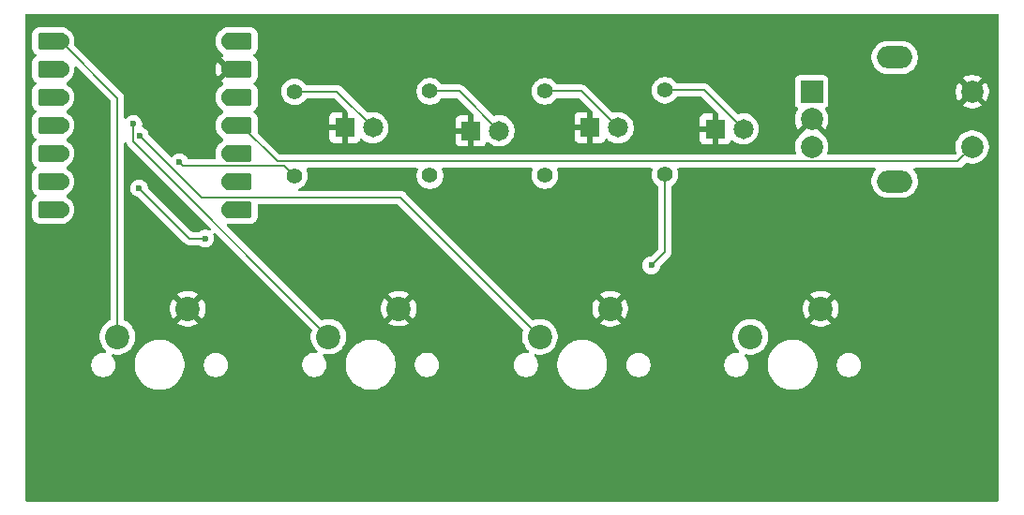
<source format=gbr>
%TF.GenerationSoftware,KiCad,Pcbnew,9.0.2*%
%TF.CreationDate,2025-06-28T18:10:06-07:00*%
%TF.ProjectId,pcb,7063622e-6b69-4636-9164-5f7063625858,rev?*%
%TF.SameCoordinates,Original*%
%TF.FileFunction,Copper,L1,Top*%
%TF.FilePolarity,Positive*%
%FSLAX46Y46*%
G04 Gerber Fmt 4.6, Leading zero omitted, Abs format (unit mm)*
G04 Created by KiCad (PCBNEW 9.0.2) date 2025-06-28 18:10:06*
%MOMM*%
%LPD*%
G01*
G04 APERTURE LIST*
G04 Aperture macros list*
%AMRoundRect*
0 Rectangle with rounded corners*
0 $1 Rounding radius*
0 $2 $3 $4 $5 $6 $7 $8 $9 X,Y pos of 4 corners*
0 Add a 4 corners polygon primitive as box body*
4,1,4,$2,$3,$4,$5,$6,$7,$8,$9,$2,$3,0*
0 Add four circle primitives for the rounded corners*
1,1,$1+$1,$2,$3*
1,1,$1+$1,$4,$5*
1,1,$1+$1,$6,$7*
1,1,$1+$1,$8,$9*
0 Add four rect primitives between the rounded corners*
20,1,$1+$1,$2,$3,$4,$5,0*
20,1,$1+$1,$4,$5,$6,$7,0*
20,1,$1+$1,$6,$7,$8,$9,0*
20,1,$1+$1,$8,$9,$2,$3,0*%
G04 Aperture macros list end*
%TA.AperFunction,ComponentPad*%
%ADD10C,2.200000*%
%TD*%
%TA.AperFunction,SMDPad,CuDef*%
%ADD11RoundRect,0.152400X1.063600X0.609600X-1.063600X0.609600X-1.063600X-0.609600X1.063600X-0.609600X0*%
%TD*%
%TA.AperFunction,ComponentPad*%
%ADD12C,1.524000*%
%TD*%
%TA.AperFunction,SMDPad,CuDef*%
%ADD13RoundRect,0.152400X-1.063600X-0.609600X1.063600X-0.609600X1.063600X0.609600X-1.063600X0.609600X0*%
%TD*%
%TA.AperFunction,WasherPad*%
%ADD14O,3.200000X2.000000*%
%TD*%
%TA.AperFunction,ComponentPad*%
%ADD15R,2.000000X2.000000*%
%TD*%
%TA.AperFunction,ComponentPad*%
%ADD16C,2.000000*%
%TD*%
%TA.AperFunction,ComponentPad*%
%ADD17C,1.400000*%
%TD*%
%TA.AperFunction,ComponentPad*%
%ADD18R,1.815000X1.815000*%
%TD*%
%TA.AperFunction,ComponentPad*%
%ADD19C,1.815000*%
%TD*%
%TA.AperFunction,ViaPad*%
%ADD20C,0.600000*%
%TD*%
%TA.AperFunction,Conductor*%
%ADD21C,0.200000*%
%TD*%
G04 APERTURE END LIST*
D10*
%TO.P,SW3,2,2*%
%TO.N,Net-(U1-GPIO28{slash}ADC2{slash}A2)*%
X110540000Y-92710000D03*
%TO.P,SW3,1,1*%
%TO.N,GND*%
X116890000Y-90170000D03*
%TD*%
D11*
%TO.P,U1,1,GPIO26/ADC0/A0*%
%TO.N,Net-(U1-GPIO26{slash}ADC0{slash}A0)*%
X66415000Y-65980000D03*
D12*
X67250000Y-65980000D03*
D11*
%TO.P,U1,2,GPIO27/ADC1/A1*%
%TO.N,Net-(U1-GPIO27{slash}ADC1{slash}A1)*%
X66415000Y-68520000D03*
D12*
X67250000Y-68520000D03*
D11*
%TO.P,U1,3,GPIO28/ADC2/A2*%
%TO.N,Net-(U1-GPIO28{slash}ADC2{slash}A2)*%
X66415000Y-71060000D03*
D12*
X67250000Y-71060000D03*
D11*
%TO.P,U1,4,GPIO29/ADC3/A3*%
%TO.N,Net-(U1-GPIO29{slash}ADC3{slash}A3)*%
X66415000Y-73600000D03*
D12*
X67250000Y-73600000D03*
D11*
%TO.P,U1,5,GPIO6/SDA*%
%TO.N,Net-(U1-GPIO6{slash}SDA)*%
X66415000Y-76140000D03*
D12*
X67250000Y-76140000D03*
D11*
%TO.P,U1,6,GPIO7/SCL*%
%TO.N,Net-(U1-GPIO7{slash}SCL)*%
X66415000Y-78680000D03*
D12*
X67250000Y-78680000D03*
D11*
%TO.P,U1,7,GPIO0/TX*%
%TO.N,Net-(U1-GPIO0{slash}TX)*%
X66415000Y-81220000D03*
D12*
X67250000Y-81220000D03*
%TO.P,U1,8,GPIO1/RX*%
%TO.N,Net-(U1-GPIO1{slash}RX)*%
X82490000Y-81220000D03*
D13*
X83325000Y-81220000D03*
D12*
%TO.P,U1,9,GPIO2/SCK*%
%TO.N,Net-(U1-GPIO2{slash}SCK)*%
X82490000Y-78680000D03*
D13*
X83325000Y-78680000D03*
D12*
%TO.P,U1,10,GPIO4/MISO*%
%TO.N,Net-(U1-GPIO4{slash}MISO)*%
X82490000Y-76140000D03*
D13*
X83325000Y-76140000D03*
D12*
%TO.P,U1,11,GPIO3/MOSI*%
%TO.N,Net-(U1-GPIO3{slash}MOSI)*%
X82490000Y-73600000D03*
D13*
X83325000Y-73600000D03*
D12*
%TO.P,U1,12,3V3*%
%TO.N,unconnected-(U1-3V3-Pad12)_1*%
X82490000Y-71060000D03*
D13*
%TO.N,unconnected-(U1-3V3-Pad12)*%
X83325000Y-71060000D03*
D12*
%TO.P,U1,13,GND*%
%TO.N,GND*%
X82490000Y-68520000D03*
D13*
X83325000Y-68520000D03*
D12*
%TO.P,U1,14,VBUS*%
%TO.N,unconnected-(U1-VBUS-Pad14)*%
X82490000Y-65980000D03*
D13*
%TO.N,unconnected-(U1-VBUS-Pad14)_1*%
X83325000Y-65980000D03*
%TD*%
D14*
%TO.P,SW5,*%
%TO.N,*%
X142570000Y-78650000D03*
X142570000Y-67450000D03*
D15*
%TO.P,SW5,A,A*%
%TO.N,Net-(U1-GPIO2{slash}SCK)*%
X135070000Y-70550000D03*
D16*
%TO.P,SW5,B,B*%
%TO.N,Net-(U1-GPIO4{slash}MISO)*%
X135070000Y-75550000D03*
%TO.P,SW5,C,C*%
%TO.N,GND*%
X135070000Y-73050000D03*
%TO.P,SW5,S1,S1*%
%TO.N,Net-(U1-GPIO3{slash}MOSI)*%
X149570000Y-75550000D03*
%TO.P,SW5,S2,S2*%
%TO.N,GND*%
X149570000Y-70550000D03*
%TD*%
D10*
%TO.P,SW4,1,1*%
%TO.N,GND*%
X135890000Y-90170000D03*
%TO.P,SW4,2,2*%
%TO.N,Net-(U1-GPIO29{slash}ADC3{slash}A3)*%
X129540000Y-92710000D03*
%TD*%
%TO.P,SW2,1,1*%
%TO.N,GND*%
X97800000Y-90160000D03*
%TO.P,SW2,2,2*%
%TO.N,Net-(U1-GPIO27{slash}ADC1{slash}A1)*%
X91450000Y-92700000D03*
%TD*%
%TO.P,SW1,1,1*%
%TO.N,GND*%
X78740000Y-90170000D03*
%TO.P,SW1,2,2*%
%TO.N,Net-(U1-GPIO26{slash}ADC0{slash}A0)*%
X72390000Y-92710000D03*
%TD*%
D17*
%TO.P,R4,1*%
%TO.N,Net-(U1-GPIO1{slash}RX)*%
X121830000Y-78040000D03*
%TO.P,R4,2*%
%TO.N,Net-(D4-PadA)*%
X121830000Y-70420000D03*
%TD*%
%TO.P,R3,1*%
%TO.N,Net-(U1-GPIO6{slash}SDA)*%
X110990000Y-78130000D03*
%TO.P,R3,2*%
%TO.N,Net-(D3-PadA)*%
X110990000Y-70510000D03*
%TD*%
%TO.P,R2,1*%
%TO.N,Net-(U1-GPIO7{slash}SCL)*%
X100600000Y-78130000D03*
%TO.P,R2,2*%
%TO.N,Net-(D2-PadA)*%
X100600000Y-70510000D03*
%TD*%
%TO.P,R1,1*%
%TO.N,Net-(U1-GPIO0{slash}TX)*%
X88380000Y-78170000D03*
%TO.P,R1,2*%
%TO.N,Net-(D1-PadA)*%
X88380000Y-70550000D03*
%TD*%
D18*
%TO.P,D4,C*%
%TO.N,GND*%
X126360000Y-73910000D03*
D19*
%TO.P,D4,A*%
%TO.N,Net-(D4-PadA)*%
X128900000Y-73910000D03*
%TD*%
D18*
%TO.P,D3,C*%
%TO.N,GND*%
X115060000Y-73810000D03*
D19*
%TO.P,D3,A*%
%TO.N,Net-(D3-PadA)*%
X117600000Y-73810000D03*
%TD*%
D18*
%TO.P,D2,C*%
%TO.N,GND*%
X104310000Y-74090000D03*
D19*
%TO.P,D2,A*%
%TO.N,Net-(D2-PadA)*%
X106850000Y-74090000D03*
%TD*%
D18*
%TO.P,D1,C*%
%TO.N,GND*%
X92920000Y-73810000D03*
D19*
%TO.P,D1,A*%
%TO.N,Net-(D1-PadA)*%
X95460000Y-73810000D03*
%TD*%
D20*
%TO.N,Net-(U1-GPIO1{slash}RX)*%
X120590000Y-86260000D03*
%TO.N,Net-(U1-GPIO0{slash}TX)*%
X78000000Y-76920000D03*
%TO.N,Net-(U1-GPIO29{slash}ADC3{slash}A3)*%
X74350000Y-79280000D03*
X80310000Y-83820000D03*
%TO.N,Net-(U1-GPIO28{slash}ADC2{slash}A2)*%
X74420000Y-74530000D03*
%TO.N,Net-(U1-GPIO27{slash}ADC1{slash}A1)*%
X73820000Y-73460000D03*
%TD*%
D21*
%TO.N,Net-(U1-GPIO1{slash}RX)*%
X121830000Y-85020000D02*
X121830000Y-78040000D01*
X120590000Y-86260000D02*
X121830000Y-85020000D01*
%TO.N,Net-(U1-GPIO0{slash}TX)*%
X87462000Y-77252000D02*
X88380000Y-78170000D01*
X78000000Y-76920000D02*
X78332000Y-77252000D01*
X78332000Y-77252000D02*
X87462000Y-77252000D01*
X67250000Y-81220000D02*
X66415000Y-81220000D01*
%TO.N,Net-(U1-GPIO3{slash}MOSI)*%
X86818630Y-76851000D02*
X83567630Y-73600000D01*
X148269000Y-76851000D02*
X86818630Y-76851000D01*
X149570000Y-75550000D02*
X148269000Y-76851000D01*
X83567630Y-73600000D02*
X82490000Y-73600000D01*
%TO.N,Net-(D4-PadA)*%
X125410000Y-70420000D02*
X128900000Y-73910000D01*
X121830000Y-70420000D02*
X125410000Y-70420000D01*
%TO.N,Net-(D1-PadA)*%
X92200000Y-70550000D02*
X95460000Y-73810000D01*
X88380000Y-70550000D02*
X92200000Y-70550000D01*
%TO.N,Net-(D2-PadA)*%
X103270000Y-70510000D02*
X106850000Y-74090000D01*
X100600000Y-70510000D02*
X103270000Y-70510000D01*
%TO.N,Net-(D3-PadA)*%
X110990000Y-70510000D02*
X114300000Y-70510000D01*
X114300000Y-70510000D02*
X117600000Y-73810000D01*
%TO.N,Net-(U1-GPIO29{slash}ADC3{slash}A3)*%
X74330000Y-79260000D02*
X74350000Y-79280000D01*
X74320000Y-79260000D02*
X74330000Y-79260000D01*
X78880000Y-83820000D02*
X74320000Y-79260000D01*
X80310000Y-83820000D02*
X78880000Y-83820000D01*
%TO.N,Net-(U1-GPIO28{slash}ADC2{slash}A2)*%
X80020000Y-80130000D02*
X74420000Y-74530000D01*
X97960000Y-80130000D02*
X80020000Y-80130000D01*
X110540000Y-92710000D02*
X97960000Y-80130000D01*
%TO.N,Net-(U1-GPIO27{slash}ADC1{slash}A1)*%
X73820000Y-75070000D02*
X73820000Y-73460000D01*
X91450000Y-92700000D02*
X73820000Y-75070000D01*
%TO.N,Net-(U1-GPIO26{slash}ADC0{slash}A0)*%
X72390000Y-71120000D02*
X67250000Y-65980000D01*
X72390000Y-92710000D02*
X72390000Y-71120000D01*
%TD*%
%TA.AperFunction,Conductor*%
%TO.N,GND*%
G36*
X151872539Y-63510185D02*
G01*
X151918294Y-63562989D01*
X151929500Y-63614500D01*
X151929500Y-107495500D01*
X151909815Y-107562539D01*
X151857011Y-107608294D01*
X151805500Y-107619500D01*
X64214500Y-107619500D01*
X64147461Y-107599815D01*
X64101706Y-107547011D01*
X64090500Y-107495500D01*
X64090500Y-65304458D01*
X64698500Y-65304458D01*
X64698500Y-66655541D01*
X64701412Y-66692546D01*
X64701413Y-66692552D01*
X64747434Y-66850954D01*
X64747435Y-66850957D01*
X64831405Y-66992943D01*
X64831412Y-66992952D01*
X64948047Y-67109587D01*
X64948050Y-67109589D01*
X64948053Y-67109592D01*
X65004996Y-67143268D01*
X65052679Y-67194338D01*
X65065182Y-67263079D01*
X65038536Y-67327669D01*
X65004996Y-67356732D01*
X64948053Y-67390408D01*
X64948047Y-67390412D01*
X64831412Y-67507047D01*
X64831405Y-67507056D01*
X64747435Y-67649042D01*
X64747434Y-67649045D01*
X64701413Y-67807447D01*
X64701412Y-67807453D01*
X64698500Y-67844458D01*
X64698500Y-69195541D01*
X64701412Y-69232546D01*
X64701413Y-69232552D01*
X64747434Y-69390954D01*
X64747435Y-69390957D01*
X64831405Y-69532943D01*
X64831412Y-69532952D01*
X64948047Y-69649587D01*
X64948050Y-69649589D01*
X64948053Y-69649592D01*
X65004502Y-69682976D01*
X65004996Y-69683268D01*
X65052679Y-69734338D01*
X65065182Y-69803079D01*
X65038536Y-69867669D01*
X65004996Y-69896731D01*
X64949056Y-69929815D01*
X64948053Y-69930408D01*
X64948047Y-69930412D01*
X64831412Y-70047047D01*
X64831405Y-70047056D01*
X64747435Y-70189042D01*
X64747434Y-70189045D01*
X64701413Y-70347447D01*
X64701412Y-70347453D01*
X64698500Y-70384458D01*
X64698500Y-71735541D01*
X64701412Y-71772546D01*
X64701413Y-71772552D01*
X64747434Y-71930954D01*
X64747435Y-71930957D01*
X64831405Y-72072943D01*
X64831412Y-72072952D01*
X64948047Y-72189587D01*
X64948050Y-72189589D01*
X64948053Y-72189592D01*
X65004996Y-72223268D01*
X65052679Y-72274338D01*
X65065182Y-72343079D01*
X65038536Y-72407669D01*
X65004996Y-72436732D01*
X64948053Y-72470408D01*
X64948047Y-72470412D01*
X64831412Y-72587047D01*
X64831405Y-72587056D01*
X64747435Y-72729042D01*
X64747434Y-72729045D01*
X64701413Y-72887447D01*
X64701412Y-72887453D01*
X64698500Y-72924458D01*
X64698500Y-74275541D01*
X64701412Y-74312546D01*
X64701413Y-74312552D01*
X64747434Y-74470954D01*
X64747435Y-74470957D01*
X64831405Y-74612943D01*
X64831412Y-74612952D01*
X64948047Y-74729587D01*
X64948050Y-74729589D01*
X64948053Y-74729592D01*
X65004996Y-74763268D01*
X65052679Y-74814338D01*
X65065182Y-74883079D01*
X65038536Y-74947669D01*
X65004996Y-74976731D01*
X64953388Y-75007253D01*
X64948053Y-75010408D01*
X64948047Y-75010412D01*
X64831412Y-75127047D01*
X64831405Y-75127056D01*
X64747435Y-75269042D01*
X64747434Y-75269045D01*
X64701413Y-75427447D01*
X64701412Y-75427453D01*
X64698500Y-75464458D01*
X64698500Y-76815541D01*
X64701412Y-76852546D01*
X64701413Y-76852552D01*
X64747434Y-77010954D01*
X64747435Y-77010957D01*
X64831405Y-77152943D01*
X64831412Y-77152952D01*
X64948047Y-77269587D01*
X64948050Y-77269589D01*
X64948053Y-77269592D01*
X65004996Y-77303268D01*
X65052679Y-77354338D01*
X65065182Y-77423079D01*
X65038536Y-77487669D01*
X65004996Y-77516731D01*
X64948053Y-77550408D01*
X64948047Y-77550412D01*
X64831412Y-77667047D01*
X64831405Y-77667056D01*
X64747435Y-77809042D01*
X64747434Y-77809045D01*
X64701413Y-77967447D01*
X64701412Y-77967453D01*
X64698500Y-78004458D01*
X64698500Y-79355541D01*
X64701412Y-79392546D01*
X64701413Y-79392552D01*
X64747434Y-79550954D01*
X64747435Y-79550957D01*
X64831405Y-79692943D01*
X64831412Y-79692952D01*
X64948047Y-79809587D01*
X64948050Y-79809589D01*
X64948053Y-79809592D01*
X65004996Y-79843268D01*
X65052679Y-79894338D01*
X65065182Y-79963079D01*
X65038536Y-80027669D01*
X65004996Y-80056731D01*
X64948053Y-80090408D01*
X64948047Y-80090412D01*
X64831412Y-80207047D01*
X64831405Y-80207056D01*
X64747435Y-80349042D01*
X64747434Y-80349045D01*
X64701413Y-80507447D01*
X64701412Y-80507453D01*
X64698500Y-80544458D01*
X64698500Y-81895541D01*
X64701412Y-81932546D01*
X64701413Y-81932552D01*
X64747434Y-82090954D01*
X64747435Y-82090957D01*
X64831405Y-82232943D01*
X64831412Y-82232952D01*
X64948047Y-82349587D01*
X64948051Y-82349590D01*
X64948053Y-82349592D01*
X65090041Y-82433564D01*
X65131816Y-82445701D01*
X65248447Y-82479586D01*
X65248450Y-82479586D01*
X65248452Y-82479587D01*
X65285466Y-82482500D01*
X65285474Y-82482500D01*
X67544526Y-82482500D01*
X67544534Y-82482500D01*
X67581548Y-82479587D01*
X67581550Y-82479586D01*
X67581552Y-82479586D01*
X67623323Y-82467449D01*
X67739959Y-82433564D01*
X67881947Y-82349592D01*
X67978148Y-82253389D01*
X67992939Y-82240758D01*
X68072464Y-82182981D01*
X68212981Y-82042464D01*
X68329787Y-81881694D01*
X68420005Y-81704632D01*
X68481413Y-81515636D01*
X68512500Y-81319361D01*
X68512500Y-81120639D01*
X68481413Y-80924364D01*
X68430224Y-80766819D01*
X68420006Y-80735370D01*
X68420005Y-80735367D01*
X68329786Y-80558305D01*
X68212981Y-80397536D01*
X68072464Y-80257019D01*
X67992938Y-80199240D01*
X67986175Y-80193960D01*
X67982000Y-80190461D01*
X67881947Y-80090408D01*
X67816259Y-80051560D01*
X67808477Y-80045038D01*
X67794510Y-80024073D01*
X67777321Y-80005663D01*
X67775471Y-79995492D01*
X67769740Y-79986890D01*
X67769324Y-79961702D01*
X67764817Y-79936921D01*
X67768758Y-79927366D01*
X67768588Y-79917030D01*
X67781856Y-79895616D01*
X67791462Y-79872332D01*
X67801874Y-79863309D01*
X67805389Y-79857638D01*
X67812127Y-79854425D01*
X67825004Y-79843268D01*
X67881947Y-79809592D01*
X67978148Y-79713389D01*
X67992939Y-79700758D01*
X68072464Y-79642981D01*
X68212981Y-79502464D01*
X68329787Y-79341694D01*
X68420005Y-79164632D01*
X68481413Y-78975636D01*
X68512500Y-78779361D01*
X68512500Y-78580639D01*
X68481413Y-78384364D01*
X68429466Y-78224486D01*
X68420006Y-78195370D01*
X68420005Y-78195367D01*
X68374035Y-78105149D01*
X68329787Y-78018306D01*
X68212981Y-77857536D01*
X68072464Y-77717019D01*
X67992938Y-77659240D01*
X67986175Y-77653960D01*
X67982000Y-77650461D01*
X67881947Y-77550408D01*
X67816259Y-77511560D01*
X67808477Y-77505038D01*
X67794510Y-77484073D01*
X67777321Y-77465663D01*
X67775471Y-77455492D01*
X67769740Y-77446890D01*
X67769324Y-77421702D01*
X67764817Y-77396921D01*
X67768758Y-77387366D01*
X67768588Y-77377030D01*
X67781856Y-77355616D01*
X67791462Y-77332332D01*
X67801874Y-77323309D01*
X67805389Y-77317638D01*
X67812127Y-77314425D01*
X67825004Y-77303268D01*
X67881947Y-77269592D01*
X67978148Y-77173389D01*
X67992939Y-77160758D01*
X68072464Y-77102981D01*
X68212981Y-76962464D01*
X68329787Y-76801694D01*
X68420005Y-76624632D01*
X68481413Y-76435636D01*
X68512500Y-76239361D01*
X68512500Y-76040639D01*
X68481413Y-75844364D01*
X68424141Y-75668097D01*
X68420006Y-75655370D01*
X68420005Y-75655367D01*
X68370182Y-75557585D01*
X68329787Y-75478306D01*
X68212981Y-75317536D01*
X68072464Y-75177019D01*
X68069258Y-75174690D01*
X67992938Y-75119240D01*
X67986175Y-75113960D01*
X67982000Y-75110461D01*
X67881947Y-75010408D01*
X67816259Y-74971560D01*
X67808477Y-74965038D01*
X67794510Y-74944073D01*
X67777321Y-74925663D01*
X67775471Y-74915492D01*
X67769740Y-74906890D01*
X67769324Y-74881702D01*
X67764817Y-74856921D01*
X67768758Y-74847366D01*
X67768588Y-74837030D01*
X67781856Y-74815616D01*
X67791462Y-74792332D01*
X67801874Y-74783309D01*
X67805389Y-74777638D01*
X67812127Y-74774425D01*
X67825004Y-74763268D01*
X67881947Y-74729592D01*
X67978148Y-74633389D01*
X67992939Y-74620758D01*
X68072464Y-74562981D01*
X68212981Y-74422464D01*
X68329787Y-74261694D01*
X68420005Y-74084632D01*
X68481413Y-73895636D01*
X68512500Y-73699361D01*
X68512500Y-73500639D01*
X68481413Y-73304364D01*
X68438649Y-73172749D01*
X68420006Y-73115370D01*
X68420005Y-73115367D01*
X68338117Y-72954655D01*
X68329787Y-72938306D01*
X68212981Y-72777536D01*
X68072464Y-72637019D01*
X67999957Y-72584340D01*
X67992938Y-72579240D01*
X67986175Y-72573960D01*
X67982000Y-72570461D01*
X67881947Y-72470408D01*
X67816259Y-72431560D01*
X67808477Y-72425038D01*
X67794510Y-72404073D01*
X67777321Y-72385663D01*
X67775471Y-72375492D01*
X67769740Y-72366890D01*
X67769324Y-72341702D01*
X67764817Y-72316921D01*
X67768758Y-72307366D01*
X67768588Y-72297030D01*
X67781856Y-72275616D01*
X67791462Y-72252332D01*
X67801874Y-72243309D01*
X67805389Y-72237638D01*
X67812127Y-72234425D01*
X67825004Y-72223268D01*
X67881947Y-72189592D01*
X67978148Y-72093389D01*
X67992939Y-72080758D01*
X68072464Y-72022981D01*
X68212981Y-71882464D01*
X68329787Y-71721694D01*
X68420005Y-71544632D01*
X68481413Y-71355636D01*
X68512500Y-71159361D01*
X68512500Y-70960639D01*
X68481413Y-70764364D01*
X68442461Y-70644481D01*
X68420006Y-70575370D01*
X68420005Y-70575367D01*
X68373539Y-70484174D01*
X68329787Y-70398306D01*
X68212981Y-70237536D01*
X68072464Y-70097019D01*
X67992937Y-70039239D01*
X67986175Y-70033960D01*
X67982000Y-70030461D01*
X67881947Y-69930408D01*
X67816259Y-69891560D01*
X67808477Y-69885038D01*
X67794510Y-69864073D01*
X67777321Y-69845663D01*
X67775471Y-69835492D01*
X67769740Y-69826890D01*
X67769324Y-69801702D01*
X67764817Y-69776921D01*
X67768758Y-69767366D01*
X67768588Y-69757030D01*
X67781856Y-69735616D01*
X67791462Y-69712332D01*
X67801874Y-69703309D01*
X67805389Y-69697638D01*
X67812127Y-69694425D01*
X67825004Y-69683268D01*
X67825498Y-69682976D01*
X67881947Y-69649592D01*
X67978148Y-69553389D01*
X67992939Y-69540758D01*
X68072464Y-69482981D01*
X68212981Y-69342464D01*
X68329787Y-69181694D01*
X68420005Y-69004632D01*
X68481413Y-68815636D01*
X68512500Y-68619361D01*
X68512500Y-68420639D01*
X68510303Y-68406770D01*
X68519256Y-68337482D01*
X68564251Y-68284028D01*
X68631002Y-68263387D01*
X68698316Y-68282110D01*
X68720457Y-68299693D01*
X71753181Y-71332416D01*
X71786666Y-71393739D01*
X71789500Y-71420097D01*
X71789500Y-91143699D01*
X71769815Y-91210738D01*
X71721795Y-91254184D01*
X71551151Y-91341132D01*
X71347350Y-91489201D01*
X71347345Y-91489205D01*
X71169205Y-91667345D01*
X71169201Y-91667350D01*
X71021132Y-91871151D01*
X70906760Y-92095616D01*
X70828910Y-92335214D01*
X70789500Y-92584038D01*
X70789500Y-92835961D01*
X70828910Y-93084785D01*
X70906760Y-93324383D01*
X70932430Y-93374762D01*
X71016036Y-93538848D01*
X71021132Y-93548848D01*
X71169201Y-93752649D01*
X71169205Y-93752654D01*
X71169207Y-93752656D01*
X71347344Y-93930793D01*
X71347345Y-93930794D01*
X71347344Y-93930794D01*
X71353661Y-93935383D01*
X71396327Y-93990714D01*
X71402305Y-94060327D01*
X71369699Y-94122122D01*
X71308860Y-94156479D01*
X71261378Y-94158174D01*
X71206611Y-94149500D01*
X71033389Y-94149500D01*
X70993728Y-94155781D01*
X70862302Y-94176597D01*
X70697552Y-94230128D01*
X70543211Y-94308768D01*
X70486289Y-94350125D01*
X70403072Y-94410586D01*
X70403070Y-94410588D01*
X70403069Y-94410588D01*
X70280588Y-94533069D01*
X70280588Y-94533070D01*
X70280586Y-94533072D01*
X70236859Y-94593256D01*
X70178768Y-94673211D01*
X70100128Y-94827552D01*
X70046597Y-94992302D01*
X70019500Y-95163389D01*
X70019500Y-95336610D01*
X70045013Y-95497697D01*
X70046598Y-95507701D01*
X70100127Y-95672445D01*
X70178768Y-95826788D01*
X70280586Y-95966928D01*
X70403072Y-96089414D01*
X70543212Y-96191232D01*
X70697555Y-96269873D01*
X70862299Y-96323402D01*
X71033389Y-96350500D01*
X71033390Y-96350500D01*
X71206610Y-96350500D01*
X71206611Y-96350500D01*
X71377701Y-96323402D01*
X71542445Y-96269873D01*
X71696788Y-96191232D01*
X71836928Y-96089414D01*
X71959414Y-95966928D01*
X72061232Y-95826788D01*
X72139873Y-95672445D01*
X72193402Y-95507701D01*
X72220500Y-95336611D01*
X72220500Y-95163389D01*
X72210854Y-95102486D01*
X73949500Y-95102486D01*
X73949500Y-95397513D01*
X73981571Y-95641113D01*
X73988007Y-95689993D01*
X74062212Y-95966930D01*
X74064361Y-95974951D01*
X74064364Y-95974961D01*
X74177254Y-96247500D01*
X74177258Y-96247510D01*
X74324761Y-96502993D01*
X74504352Y-96737040D01*
X74504358Y-96737047D01*
X74712952Y-96945641D01*
X74712959Y-96945647D01*
X74947006Y-97125238D01*
X75202489Y-97272741D01*
X75202490Y-97272741D01*
X75202493Y-97272743D01*
X75475048Y-97385639D01*
X75760007Y-97461993D01*
X76052494Y-97500500D01*
X76052501Y-97500500D01*
X76347499Y-97500500D01*
X76347506Y-97500500D01*
X76639993Y-97461993D01*
X76924952Y-97385639D01*
X77197507Y-97272743D01*
X77452994Y-97125238D01*
X77687042Y-96945646D01*
X77895646Y-96737042D01*
X78075238Y-96502994D01*
X78222743Y-96247507D01*
X78335639Y-95974952D01*
X78411993Y-95689993D01*
X78450500Y-95397506D01*
X78450500Y-95163389D01*
X80179500Y-95163389D01*
X80179500Y-95336610D01*
X80205013Y-95497697D01*
X80206598Y-95507701D01*
X80260127Y-95672445D01*
X80338768Y-95826788D01*
X80440586Y-95966928D01*
X80563072Y-96089414D01*
X80703212Y-96191232D01*
X80857555Y-96269873D01*
X81022299Y-96323402D01*
X81193389Y-96350500D01*
X81193390Y-96350500D01*
X81366610Y-96350500D01*
X81366611Y-96350500D01*
X81537701Y-96323402D01*
X81702445Y-96269873D01*
X81856788Y-96191232D01*
X81996928Y-96089414D01*
X82119414Y-95966928D01*
X82221232Y-95826788D01*
X82299873Y-95672445D01*
X82353402Y-95507701D01*
X82380500Y-95336611D01*
X82380500Y-95163389D01*
X82353402Y-94992299D01*
X82299873Y-94827555D01*
X82221232Y-94673212D01*
X82119414Y-94533072D01*
X81996928Y-94410586D01*
X81856788Y-94308768D01*
X81702445Y-94230127D01*
X81537701Y-94176598D01*
X81537699Y-94176597D01*
X81537698Y-94176597D01*
X81406271Y-94155781D01*
X81366611Y-94149500D01*
X81193389Y-94149500D01*
X81153728Y-94155781D01*
X81022302Y-94176597D01*
X80857552Y-94230128D01*
X80703211Y-94308768D01*
X80646289Y-94350125D01*
X80563072Y-94410586D01*
X80563070Y-94410588D01*
X80563069Y-94410588D01*
X80440588Y-94533069D01*
X80440588Y-94533070D01*
X80440586Y-94533072D01*
X80396859Y-94593256D01*
X80338768Y-94673211D01*
X80260128Y-94827552D01*
X80206597Y-94992302D01*
X80179500Y-95163389D01*
X78450500Y-95163389D01*
X78450500Y-95102494D01*
X78411993Y-94810007D01*
X78335639Y-94525048D01*
X78222743Y-94252493D01*
X78216967Y-94242489D01*
X78075238Y-93997006D01*
X77895647Y-93762959D01*
X77895641Y-93762952D01*
X77687047Y-93554358D01*
X77687040Y-93554352D01*
X77452993Y-93374761D01*
X77197510Y-93227258D01*
X77197500Y-93227254D01*
X76924961Y-93114364D01*
X76924954Y-93114362D01*
X76924952Y-93114361D01*
X76639993Y-93038007D01*
X76591113Y-93031571D01*
X76347513Y-92999500D01*
X76347506Y-92999500D01*
X76052494Y-92999500D01*
X76052486Y-92999500D01*
X75774085Y-93036153D01*
X75760007Y-93038007D01*
X75622749Y-93074785D01*
X75475048Y-93114361D01*
X75475038Y-93114364D01*
X75202499Y-93227254D01*
X75202489Y-93227258D01*
X74947006Y-93374761D01*
X74712959Y-93554352D01*
X74712952Y-93554358D01*
X74504358Y-93762952D01*
X74504352Y-93762959D01*
X74324761Y-93997006D01*
X74177258Y-94252489D01*
X74177254Y-94252499D01*
X74064364Y-94525038D01*
X74064361Y-94525048D01*
X73990685Y-94800015D01*
X73988008Y-94810004D01*
X73988006Y-94810015D01*
X73949500Y-95102486D01*
X72210854Y-95102486D01*
X72193402Y-94992299D01*
X72139873Y-94827555D01*
X72061232Y-94673212D01*
X71959414Y-94533072D01*
X71907482Y-94481140D01*
X71873997Y-94419817D01*
X71878981Y-94350125D01*
X71920853Y-94294192D01*
X71986317Y-94269775D01*
X72014561Y-94270986D01*
X72015212Y-94271089D01*
X72015215Y-94271090D01*
X72264038Y-94310500D01*
X72264039Y-94310500D01*
X72515961Y-94310500D01*
X72515962Y-94310500D01*
X72764785Y-94271090D01*
X73004379Y-94193241D01*
X73228845Y-94078870D01*
X73432656Y-93930793D01*
X73610793Y-93752656D01*
X73758870Y-93548845D01*
X73873241Y-93324379D01*
X73951090Y-93084785D01*
X73990500Y-92835962D01*
X73990500Y-92584038D01*
X73951090Y-92335215D01*
X73873241Y-92095621D01*
X73873239Y-92095618D01*
X73873239Y-92095616D01*
X73831747Y-92014184D01*
X73758870Y-91871155D01*
X73685377Y-91770000D01*
X73610798Y-91667350D01*
X73610794Y-91667345D01*
X73432654Y-91489205D01*
X73432649Y-91489201D01*
X73228848Y-91341132D01*
X73228847Y-91341131D01*
X73228845Y-91341130D01*
X73159186Y-91305637D01*
X73058205Y-91254184D01*
X73007409Y-91206209D01*
X72990500Y-91143699D01*
X72990500Y-90044071D01*
X77140000Y-90044071D01*
X77140000Y-90295928D01*
X77179397Y-90544669D01*
X77257219Y-90784184D01*
X77371557Y-91008583D01*
X77445748Y-91110697D01*
X77445748Y-91110698D01*
X78062421Y-90494024D01*
X78075359Y-90525258D01*
X78157437Y-90648097D01*
X78261903Y-90752563D01*
X78384742Y-90834641D01*
X78415974Y-90847577D01*
X77799300Y-91464250D01*
X77901416Y-91538442D01*
X78125815Y-91652780D01*
X78365330Y-91730602D01*
X78614072Y-91770000D01*
X78865928Y-91770000D01*
X79114669Y-91730602D01*
X79354184Y-91652780D01*
X79578575Y-91538446D01*
X79578581Y-91538442D01*
X79680697Y-91464250D01*
X79680698Y-91464250D01*
X79064025Y-90847578D01*
X79095258Y-90834641D01*
X79218097Y-90752563D01*
X79322563Y-90648097D01*
X79404641Y-90525258D01*
X79417577Y-90494025D01*
X80034250Y-91110698D01*
X80034250Y-91110697D01*
X80108442Y-91008581D01*
X80108446Y-91008575D01*
X80222780Y-90784184D01*
X80300602Y-90544669D01*
X80340000Y-90295928D01*
X80340000Y-90044071D01*
X80300602Y-89795330D01*
X80222780Y-89555815D01*
X80108442Y-89331416D01*
X80034250Y-89229301D01*
X80034250Y-89229300D01*
X79417577Y-89845973D01*
X79404641Y-89814742D01*
X79322563Y-89691903D01*
X79218097Y-89587437D01*
X79095258Y-89505359D01*
X79064024Y-89492421D01*
X79680698Y-88875748D01*
X79578583Y-88801557D01*
X79354184Y-88687219D01*
X79114669Y-88609397D01*
X78865928Y-88570000D01*
X78614072Y-88570000D01*
X78365330Y-88609397D01*
X78125815Y-88687219D01*
X77901413Y-88801559D01*
X77799301Y-88875747D01*
X77799300Y-88875748D01*
X78415974Y-89492421D01*
X78384742Y-89505359D01*
X78261903Y-89587437D01*
X78157437Y-89691903D01*
X78075359Y-89814742D01*
X78062421Y-89845974D01*
X77445748Y-89229300D01*
X77445747Y-89229301D01*
X77371559Y-89331413D01*
X77257219Y-89555815D01*
X77179397Y-89795330D01*
X77140000Y-90044071D01*
X72990500Y-90044071D01*
X72990500Y-75236292D01*
X72995360Y-75219739D01*
X72995197Y-75202485D01*
X73005000Y-75186907D01*
X73010185Y-75169253D01*
X73023222Y-75157955D01*
X73032414Y-75143352D01*
X73049082Y-75135548D01*
X73062989Y-75123498D01*
X73080065Y-75121042D01*
X73095691Y-75113727D01*
X73113930Y-75116173D01*
X73132147Y-75113554D01*
X73147841Y-75120721D01*
X73164941Y-75123015D01*
X73178961Y-75134933D01*
X73195703Y-75142579D01*
X73205248Y-75157279D01*
X73218176Y-75168268D01*
X73231065Y-75197035D01*
X73233141Y-75200232D01*
X73233736Y-75202191D01*
X73260423Y-75301785D01*
X73260866Y-75302552D01*
X73267989Y-75314890D01*
X73267991Y-75314895D01*
X73339477Y-75438712D01*
X73339481Y-75438717D01*
X73458349Y-75557585D01*
X73458355Y-75557590D01*
X80798392Y-82897627D01*
X80831877Y-82958950D01*
X80826893Y-83028642D01*
X80785021Y-83084575D01*
X80719557Y-83108992D01*
X80663259Y-83099869D01*
X80543501Y-83050264D01*
X80543489Y-83050261D01*
X80388845Y-83019500D01*
X80388842Y-83019500D01*
X80231158Y-83019500D01*
X80231155Y-83019500D01*
X80076510Y-83050261D01*
X80076498Y-83050264D01*
X79930827Y-83110602D01*
X79930814Y-83110609D01*
X79799125Y-83198602D01*
X79732447Y-83219480D01*
X79730234Y-83219500D01*
X79180097Y-83219500D01*
X79113058Y-83199815D01*
X79092416Y-83183181D01*
X75186255Y-79277020D01*
X75152770Y-79215697D01*
X75150533Y-79201490D01*
X75150500Y-79201163D01*
X75150500Y-79201158D01*
X75119737Y-79046503D01*
X75082122Y-78955692D01*
X75059397Y-78900827D01*
X75059390Y-78900814D01*
X74971789Y-78769711D01*
X74971786Y-78769707D01*
X74860292Y-78658213D01*
X74860288Y-78658210D01*
X74729185Y-78570609D01*
X74729172Y-78570602D01*
X74583501Y-78510264D01*
X74583489Y-78510261D01*
X74428845Y-78479500D01*
X74428842Y-78479500D01*
X74271158Y-78479500D01*
X74271155Y-78479500D01*
X74116510Y-78510261D01*
X74116498Y-78510264D01*
X73970827Y-78570602D01*
X73970814Y-78570609D01*
X73839711Y-78658210D01*
X73839707Y-78658213D01*
X73728213Y-78769707D01*
X73728210Y-78769711D01*
X73640609Y-78900814D01*
X73640602Y-78900827D01*
X73580264Y-79046498D01*
X73580261Y-79046510D01*
X73549500Y-79201153D01*
X73549500Y-79358846D01*
X73580261Y-79513489D01*
X73580264Y-79513501D01*
X73640602Y-79659172D01*
X73640609Y-79659185D01*
X73728210Y-79790288D01*
X73728213Y-79790292D01*
X73839707Y-79901786D01*
X73839711Y-79901789D01*
X73970814Y-79989390D01*
X73970827Y-79989397D01*
X74116498Y-80049735D01*
X74116503Y-80049737D01*
X74173542Y-80061082D01*
X74259366Y-80078155D01*
X74321277Y-80110540D01*
X74322856Y-80112091D01*
X78395139Y-84184374D01*
X78395149Y-84184385D01*
X78399479Y-84188715D01*
X78399480Y-84188716D01*
X78511284Y-84300520D01*
X78562845Y-84330288D01*
X78598095Y-84350639D01*
X78598097Y-84350641D01*
X78636151Y-84372611D01*
X78648215Y-84379577D01*
X78800943Y-84420501D01*
X78800946Y-84420501D01*
X78966653Y-84420501D01*
X78966669Y-84420500D01*
X79730234Y-84420500D01*
X79797273Y-84440185D01*
X79799125Y-84441398D01*
X79930814Y-84529390D01*
X79930827Y-84529397D01*
X80076498Y-84589735D01*
X80076503Y-84589737D01*
X80231153Y-84620499D01*
X80231156Y-84620500D01*
X80231158Y-84620500D01*
X80388844Y-84620500D01*
X80388845Y-84620499D01*
X80543497Y-84589737D01*
X80689179Y-84529394D01*
X80820289Y-84441789D01*
X80931789Y-84330289D01*
X81019394Y-84199179D01*
X81079737Y-84053497D01*
X81110500Y-83898842D01*
X81110500Y-83741158D01*
X81110500Y-83741155D01*
X81110499Y-83741153D01*
X81079738Y-83586510D01*
X81079737Y-83586503D01*
X81030129Y-83466739D01*
X81022661Y-83397271D01*
X81053936Y-83334792D01*
X81114025Y-83299140D01*
X81183850Y-83301634D01*
X81232372Y-83331607D01*
X89917841Y-92017076D01*
X89951326Y-92078399D01*
X89948091Y-92143076D01*
X89888910Y-92325214D01*
X89849500Y-92574038D01*
X89849500Y-92825961D01*
X89888910Y-93074785D01*
X89966760Y-93314383D01*
X90081132Y-93538848D01*
X90229201Y-93742649D01*
X90229205Y-93742654D01*
X90229207Y-93742656D01*
X90407344Y-93920793D01*
X90407345Y-93920794D01*
X90407344Y-93920794D01*
X90413661Y-93925383D01*
X90456327Y-93980714D01*
X90462305Y-94050327D01*
X90429699Y-94112122D01*
X90368860Y-94146479D01*
X90321378Y-94148174D01*
X90266611Y-94139500D01*
X90093389Y-94139500D01*
X90053728Y-94145781D01*
X89922302Y-94166597D01*
X89757552Y-94220128D01*
X89603211Y-94298768D01*
X89587064Y-94310500D01*
X89463072Y-94400586D01*
X89463070Y-94400588D01*
X89463069Y-94400588D01*
X89340588Y-94523069D01*
X89340588Y-94523070D01*
X89340586Y-94523072D01*
X89333323Y-94533069D01*
X89238768Y-94663211D01*
X89160128Y-94817552D01*
X89106597Y-94982302D01*
X89079500Y-95153389D01*
X89079500Y-95326610D01*
X89090727Y-95397499D01*
X89106598Y-95497701D01*
X89160127Y-95662445D01*
X89238768Y-95816788D01*
X89340586Y-95956928D01*
X89463072Y-96079414D01*
X89603212Y-96181232D01*
X89757555Y-96259873D01*
X89922299Y-96313402D01*
X90093389Y-96340500D01*
X90093390Y-96340500D01*
X90266610Y-96340500D01*
X90266611Y-96340500D01*
X90437701Y-96313402D01*
X90602445Y-96259873D01*
X90756788Y-96181232D01*
X90896928Y-96079414D01*
X91019414Y-95956928D01*
X91121232Y-95816788D01*
X91199873Y-95662445D01*
X91253402Y-95497701D01*
X91280500Y-95326611D01*
X91280500Y-95153389D01*
X91270854Y-95092486D01*
X93009500Y-95092486D01*
X93009500Y-95387513D01*
X93025324Y-95507701D01*
X93048007Y-95679993D01*
X93122212Y-95956930D01*
X93124361Y-95964951D01*
X93124364Y-95964961D01*
X93237254Y-96237500D01*
X93237258Y-96237510D01*
X93384761Y-96492993D01*
X93564352Y-96727040D01*
X93564358Y-96727047D01*
X93772952Y-96935641D01*
X93772959Y-96935647D01*
X94007006Y-97115238D01*
X94262489Y-97262741D01*
X94262490Y-97262741D01*
X94262493Y-97262743D01*
X94535048Y-97375639D01*
X94820007Y-97451993D01*
X95112494Y-97490500D01*
X95112501Y-97490500D01*
X95407499Y-97490500D01*
X95407506Y-97490500D01*
X95699993Y-97451993D01*
X95984952Y-97375639D01*
X96257507Y-97262743D01*
X96512994Y-97115238D01*
X96747042Y-96935646D01*
X96955646Y-96727042D01*
X97135238Y-96492994D01*
X97282743Y-96237507D01*
X97395639Y-95964952D01*
X97471993Y-95679993D01*
X97510500Y-95387506D01*
X97510500Y-95153389D01*
X99239500Y-95153389D01*
X99239500Y-95326610D01*
X99250727Y-95397499D01*
X99266598Y-95497701D01*
X99320127Y-95662445D01*
X99398768Y-95816788D01*
X99500586Y-95956928D01*
X99623072Y-96079414D01*
X99763212Y-96181232D01*
X99917555Y-96259873D01*
X100082299Y-96313402D01*
X100253389Y-96340500D01*
X100253390Y-96340500D01*
X100426610Y-96340500D01*
X100426611Y-96340500D01*
X100597701Y-96313402D01*
X100762445Y-96259873D01*
X100916788Y-96181232D01*
X101056928Y-96079414D01*
X101179414Y-95956928D01*
X101281232Y-95816788D01*
X101359873Y-95662445D01*
X101413402Y-95497701D01*
X101440500Y-95326611D01*
X101440500Y-95153389D01*
X101413402Y-94982299D01*
X101359873Y-94817555D01*
X101281232Y-94663212D01*
X101179414Y-94523072D01*
X101056928Y-94400586D01*
X100916788Y-94298768D01*
X100762445Y-94220127D01*
X100597701Y-94166598D01*
X100597699Y-94166597D01*
X100597698Y-94166597D01*
X100466271Y-94145781D01*
X100426611Y-94139500D01*
X100253389Y-94139500D01*
X100213728Y-94145781D01*
X100082302Y-94166597D01*
X99917552Y-94220128D01*
X99763211Y-94298768D01*
X99747064Y-94310500D01*
X99623072Y-94400586D01*
X99623070Y-94400588D01*
X99623069Y-94400588D01*
X99500588Y-94523069D01*
X99500588Y-94523070D01*
X99500586Y-94523072D01*
X99493323Y-94533069D01*
X99398768Y-94663211D01*
X99320128Y-94817552D01*
X99266597Y-94982302D01*
X99239500Y-95153389D01*
X97510500Y-95153389D01*
X97510500Y-95092494D01*
X97471993Y-94800007D01*
X97395639Y-94515048D01*
X97282743Y-94242493D01*
X97254307Y-94193241D01*
X97135238Y-93987006D01*
X96955647Y-93752959D01*
X96955641Y-93752952D01*
X96747047Y-93544358D01*
X96747040Y-93544352D01*
X96512993Y-93364761D01*
X96257510Y-93217258D01*
X96257500Y-93217254D01*
X95984961Y-93104364D01*
X95984954Y-93104362D01*
X95984952Y-93104361D01*
X95699993Y-93028007D01*
X95651113Y-93021571D01*
X95407513Y-92989500D01*
X95407506Y-92989500D01*
X95112494Y-92989500D01*
X95112486Y-92989500D01*
X94834085Y-93026153D01*
X94820007Y-93028007D01*
X94645428Y-93074785D01*
X94535048Y-93104361D01*
X94535038Y-93104364D01*
X94262499Y-93217254D01*
X94262489Y-93217258D01*
X94007006Y-93364761D01*
X93772959Y-93544352D01*
X93772952Y-93544358D01*
X93564358Y-93752952D01*
X93564352Y-93752959D01*
X93384761Y-93987006D01*
X93237258Y-94242489D01*
X93237254Y-94242499D01*
X93124364Y-94515038D01*
X93124361Y-94515048D01*
X93048008Y-94800004D01*
X93048006Y-94800015D01*
X93009500Y-95092486D01*
X91270854Y-95092486D01*
X91253402Y-94982299D01*
X91199873Y-94817555D01*
X91121232Y-94663212D01*
X91019414Y-94523072D01*
X90967482Y-94471140D01*
X90933997Y-94409817D01*
X90938981Y-94340125D01*
X90980853Y-94284192D01*
X91046317Y-94259775D01*
X91074561Y-94260986D01*
X91075212Y-94261089D01*
X91075215Y-94261090D01*
X91324038Y-94300500D01*
X91324039Y-94300500D01*
X91575961Y-94300500D01*
X91575962Y-94300500D01*
X91824785Y-94261090D01*
X92064379Y-94183241D01*
X92288845Y-94068870D01*
X92492656Y-93920793D01*
X92670793Y-93742656D01*
X92818870Y-93538845D01*
X92933241Y-93314379D01*
X93011090Y-93074785D01*
X93050500Y-92825962D01*
X93050500Y-92574038D01*
X93011090Y-92325215D01*
X92933241Y-92085621D01*
X92933239Y-92085618D01*
X92933239Y-92085616D01*
X92891747Y-92004184D01*
X92818870Y-91861155D01*
X92678063Y-91667350D01*
X92670798Y-91657350D01*
X92670794Y-91657345D01*
X92492654Y-91479205D01*
X92492649Y-91479201D01*
X92288848Y-91331132D01*
X92288847Y-91331131D01*
X92288845Y-91331130D01*
X92218747Y-91295413D01*
X92064383Y-91216760D01*
X91824785Y-91138910D01*
X91575962Y-91099500D01*
X91324038Y-91099500D01*
X91199626Y-91119205D01*
X91075214Y-91138910D01*
X91044438Y-91148910D01*
X90893074Y-91198091D01*
X90823234Y-91200086D01*
X90767076Y-91167841D01*
X89633306Y-90034071D01*
X96200000Y-90034071D01*
X96200000Y-90285928D01*
X96239397Y-90534669D01*
X96317219Y-90774184D01*
X96431557Y-90998583D01*
X96505748Y-91100697D01*
X96505748Y-91100698D01*
X97122421Y-90484024D01*
X97135359Y-90515258D01*
X97217437Y-90638097D01*
X97321903Y-90742563D01*
X97444742Y-90824641D01*
X97475974Y-90837577D01*
X96859300Y-91454250D01*
X96961416Y-91528442D01*
X97185815Y-91642780D01*
X97425330Y-91720602D01*
X97674072Y-91760000D01*
X97925928Y-91760000D01*
X98174669Y-91720602D01*
X98414184Y-91642780D01*
X98638575Y-91528446D01*
X98638581Y-91528442D01*
X98740697Y-91454250D01*
X98740698Y-91454250D01*
X98124025Y-90837578D01*
X98155258Y-90824641D01*
X98278097Y-90742563D01*
X98382563Y-90638097D01*
X98464641Y-90515258D01*
X98477577Y-90484025D01*
X99094250Y-91100698D01*
X99094250Y-91100697D01*
X99168442Y-90998581D01*
X99168446Y-90998575D01*
X99282780Y-90774184D01*
X99360602Y-90534669D01*
X99400000Y-90285928D01*
X99400000Y-90034071D01*
X99360602Y-89785330D01*
X99282780Y-89545815D01*
X99168442Y-89321416D01*
X99094250Y-89219301D01*
X99094250Y-89219300D01*
X98477577Y-89835973D01*
X98464641Y-89804742D01*
X98382563Y-89681903D01*
X98278097Y-89577437D01*
X98155258Y-89495359D01*
X98124024Y-89482421D01*
X98740698Y-88865748D01*
X98638583Y-88791557D01*
X98414184Y-88677219D01*
X98174669Y-88599397D01*
X97925928Y-88560000D01*
X97674072Y-88560000D01*
X97425330Y-88599397D01*
X97185815Y-88677219D01*
X96961413Y-88791559D01*
X96859301Y-88865747D01*
X96859300Y-88865748D01*
X97475974Y-89482421D01*
X97444742Y-89495359D01*
X97321903Y-89577437D01*
X97217437Y-89681903D01*
X97135359Y-89804742D01*
X97122421Y-89835974D01*
X96505748Y-89219300D01*
X96505747Y-89219301D01*
X96431559Y-89321413D01*
X96317219Y-89545815D01*
X96239397Y-89785330D01*
X96200000Y-90034071D01*
X89633306Y-90034071D01*
X82293416Y-82694181D01*
X82259931Y-82632858D01*
X82264915Y-82563166D01*
X82306787Y-82507233D01*
X82372251Y-82482816D01*
X82381097Y-82482500D01*
X84454526Y-82482500D01*
X84454534Y-82482500D01*
X84491548Y-82479587D01*
X84491550Y-82479586D01*
X84491552Y-82479586D01*
X84533323Y-82467449D01*
X84649959Y-82433564D01*
X84791947Y-82349592D01*
X84908592Y-82232947D01*
X84992564Y-82090959D01*
X85038587Y-81932548D01*
X85041500Y-81895534D01*
X85041500Y-80854500D01*
X85061185Y-80787461D01*
X85113989Y-80741706D01*
X85165500Y-80730500D01*
X97659903Y-80730500D01*
X97726942Y-80750185D01*
X97747584Y-80766819D01*
X109007840Y-92027076D01*
X109041325Y-92088399D01*
X109038090Y-92153075D01*
X108978910Y-92335210D01*
X108978910Y-92335213D01*
X108939500Y-92584038D01*
X108939500Y-92835961D01*
X108978910Y-93084785D01*
X109056760Y-93324383D01*
X109082430Y-93374762D01*
X109166036Y-93538848D01*
X109171132Y-93548848D01*
X109319201Y-93752649D01*
X109319205Y-93752654D01*
X109319207Y-93752656D01*
X109497344Y-93930793D01*
X109497345Y-93930794D01*
X109497344Y-93930794D01*
X109503661Y-93935383D01*
X109546327Y-93990714D01*
X109552305Y-94060327D01*
X109519699Y-94122122D01*
X109458860Y-94156479D01*
X109411378Y-94158174D01*
X109356611Y-94149500D01*
X109183389Y-94149500D01*
X109143728Y-94155781D01*
X109012302Y-94176597D01*
X108847552Y-94230128D01*
X108693211Y-94308768D01*
X108636289Y-94350125D01*
X108553072Y-94410586D01*
X108553070Y-94410588D01*
X108553069Y-94410588D01*
X108430588Y-94533069D01*
X108430588Y-94533070D01*
X108430586Y-94533072D01*
X108386859Y-94593256D01*
X108328768Y-94673211D01*
X108250128Y-94827552D01*
X108196597Y-94992302D01*
X108169500Y-95163389D01*
X108169500Y-95336610D01*
X108195013Y-95497697D01*
X108196598Y-95507701D01*
X108250127Y-95672445D01*
X108328768Y-95826788D01*
X108430586Y-95966928D01*
X108553072Y-96089414D01*
X108693212Y-96191232D01*
X108847555Y-96269873D01*
X109012299Y-96323402D01*
X109183389Y-96350500D01*
X109183390Y-96350500D01*
X109356610Y-96350500D01*
X109356611Y-96350500D01*
X109527701Y-96323402D01*
X109692445Y-96269873D01*
X109846788Y-96191232D01*
X109986928Y-96089414D01*
X110109414Y-95966928D01*
X110211232Y-95826788D01*
X110289873Y-95672445D01*
X110343402Y-95507701D01*
X110370500Y-95336611D01*
X110370500Y-95163389D01*
X110360854Y-95102486D01*
X112099500Y-95102486D01*
X112099500Y-95397513D01*
X112131571Y-95641113D01*
X112138007Y-95689993D01*
X112212212Y-95966930D01*
X112214361Y-95974951D01*
X112214364Y-95974961D01*
X112327254Y-96247500D01*
X112327258Y-96247510D01*
X112474761Y-96502993D01*
X112654352Y-96737040D01*
X112654358Y-96737047D01*
X112862952Y-96945641D01*
X112862959Y-96945647D01*
X113097006Y-97125238D01*
X113352489Y-97272741D01*
X113352490Y-97272741D01*
X113352493Y-97272743D01*
X113625048Y-97385639D01*
X113910007Y-97461993D01*
X114202494Y-97500500D01*
X114202501Y-97500500D01*
X114497499Y-97500500D01*
X114497506Y-97500500D01*
X114789993Y-97461993D01*
X115074952Y-97385639D01*
X115347507Y-97272743D01*
X115602994Y-97125238D01*
X115837042Y-96945646D01*
X116045646Y-96737042D01*
X116225238Y-96502994D01*
X116372743Y-96247507D01*
X116485639Y-95974952D01*
X116561993Y-95689993D01*
X116600500Y-95397506D01*
X116600500Y-95163389D01*
X118329500Y-95163389D01*
X118329500Y-95336610D01*
X118355013Y-95497697D01*
X118356598Y-95507701D01*
X118410127Y-95672445D01*
X118488768Y-95826788D01*
X118590586Y-95966928D01*
X118713072Y-96089414D01*
X118853212Y-96191232D01*
X119007555Y-96269873D01*
X119172299Y-96323402D01*
X119343389Y-96350500D01*
X119343390Y-96350500D01*
X119516610Y-96350500D01*
X119516611Y-96350500D01*
X119687701Y-96323402D01*
X119852445Y-96269873D01*
X120006788Y-96191232D01*
X120146928Y-96089414D01*
X120269414Y-95966928D01*
X120371232Y-95826788D01*
X120449873Y-95672445D01*
X120503402Y-95507701D01*
X120530500Y-95336611D01*
X120530500Y-95163389D01*
X127169500Y-95163389D01*
X127169500Y-95336610D01*
X127195013Y-95497697D01*
X127196598Y-95507701D01*
X127250127Y-95672445D01*
X127328768Y-95826788D01*
X127430586Y-95966928D01*
X127553072Y-96089414D01*
X127693212Y-96191232D01*
X127847555Y-96269873D01*
X128012299Y-96323402D01*
X128183389Y-96350500D01*
X128183390Y-96350500D01*
X128356610Y-96350500D01*
X128356611Y-96350500D01*
X128527701Y-96323402D01*
X128692445Y-96269873D01*
X128846788Y-96191232D01*
X128986928Y-96089414D01*
X129109414Y-95966928D01*
X129211232Y-95826788D01*
X129289873Y-95672445D01*
X129343402Y-95507701D01*
X129370500Y-95336611D01*
X129370500Y-95163389D01*
X129360854Y-95102486D01*
X131099500Y-95102486D01*
X131099500Y-95397513D01*
X131131571Y-95641113D01*
X131138007Y-95689993D01*
X131212212Y-95966930D01*
X131214361Y-95974951D01*
X131214364Y-95974961D01*
X131327254Y-96247500D01*
X131327258Y-96247510D01*
X131474761Y-96502993D01*
X131654352Y-96737040D01*
X131654358Y-96737047D01*
X131862952Y-96945641D01*
X131862959Y-96945647D01*
X132097006Y-97125238D01*
X132352489Y-97272741D01*
X132352490Y-97272741D01*
X132352493Y-97272743D01*
X132625048Y-97385639D01*
X132910007Y-97461993D01*
X133202494Y-97500500D01*
X133202501Y-97500500D01*
X133497499Y-97500500D01*
X133497506Y-97500500D01*
X133789993Y-97461993D01*
X134074952Y-97385639D01*
X134347507Y-97272743D01*
X134602994Y-97125238D01*
X134837042Y-96945646D01*
X135045646Y-96737042D01*
X135225238Y-96502994D01*
X135372743Y-96247507D01*
X135485639Y-95974952D01*
X135561993Y-95689993D01*
X135600500Y-95397506D01*
X135600500Y-95163389D01*
X137329500Y-95163389D01*
X137329500Y-95336610D01*
X137355013Y-95497697D01*
X137356598Y-95507701D01*
X137410127Y-95672445D01*
X137488768Y-95826788D01*
X137590586Y-95966928D01*
X137713072Y-96089414D01*
X137853212Y-96191232D01*
X138007555Y-96269873D01*
X138172299Y-96323402D01*
X138343389Y-96350500D01*
X138343390Y-96350500D01*
X138516610Y-96350500D01*
X138516611Y-96350500D01*
X138687701Y-96323402D01*
X138852445Y-96269873D01*
X139006788Y-96191232D01*
X139146928Y-96089414D01*
X139269414Y-95966928D01*
X139371232Y-95826788D01*
X139449873Y-95672445D01*
X139503402Y-95507701D01*
X139530500Y-95336611D01*
X139530500Y-95163389D01*
X139503402Y-94992299D01*
X139449873Y-94827555D01*
X139371232Y-94673212D01*
X139269414Y-94533072D01*
X139146928Y-94410586D01*
X139006788Y-94308768D01*
X138852445Y-94230127D01*
X138687701Y-94176598D01*
X138687699Y-94176597D01*
X138687698Y-94176597D01*
X138556271Y-94155781D01*
X138516611Y-94149500D01*
X138343389Y-94149500D01*
X138303728Y-94155781D01*
X138172302Y-94176597D01*
X138007552Y-94230128D01*
X137853211Y-94308768D01*
X137796289Y-94350125D01*
X137713072Y-94410586D01*
X137713070Y-94410588D01*
X137713069Y-94410588D01*
X137590588Y-94533069D01*
X137590588Y-94533070D01*
X137590586Y-94533072D01*
X137546859Y-94593256D01*
X137488768Y-94673211D01*
X137410128Y-94827552D01*
X137356597Y-94992302D01*
X137329500Y-95163389D01*
X135600500Y-95163389D01*
X135600500Y-95102494D01*
X135561993Y-94810007D01*
X135485639Y-94525048D01*
X135372743Y-94252493D01*
X135366967Y-94242489D01*
X135225238Y-93997006D01*
X135045647Y-93762959D01*
X135045641Y-93762952D01*
X134837047Y-93554358D01*
X134837040Y-93554352D01*
X134602993Y-93374761D01*
X134347510Y-93227258D01*
X134347500Y-93227254D01*
X134074961Y-93114364D01*
X134074954Y-93114362D01*
X134074952Y-93114361D01*
X133789993Y-93038007D01*
X133741113Y-93031571D01*
X133497513Y-92999500D01*
X133497506Y-92999500D01*
X133202494Y-92999500D01*
X133202486Y-92999500D01*
X132924085Y-93036153D01*
X132910007Y-93038007D01*
X132772749Y-93074785D01*
X132625048Y-93114361D01*
X132625038Y-93114364D01*
X132352499Y-93227254D01*
X132352489Y-93227258D01*
X132097006Y-93374761D01*
X131862959Y-93554352D01*
X131862952Y-93554358D01*
X131654358Y-93762952D01*
X131654352Y-93762959D01*
X131474761Y-93997006D01*
X131327258Y-94252489D01*
X131327254Y-94252499D01*
X131214364Y-94525038D01*
X131214361Y-94525048D01*
X131140685Y-94800015D01*
X131138008Y-94810004D01*
X131138006Y-94810015D01*
X131099500Y-95102486D01*
X129360854Y-95102486D01*
X129343402Y-94992299D01*
X129289873Y-94827555D01*
X129211232Y-94673212D01*
X129109414Y-94533072D01*
X129057482Y-94481140D01*
X129023997Y-94419817D01*
X129028981Y-94350125D01*
X129070853Y-94294192D01*
X129136317Y-94269775D01*
X129164561Y-94270986D01*
X129165212Y-94271089D01*
X129165215Y-94271090D01*
X129414038Y-94310500D01*
X129414039Y-94310500D01*
X129665961Y-94310500D01*
X129665962Y-94310500D01*
X129914785Y-94271090D01*
X130154379Y-94193241D01*
X130378845Y-94078870D01*
X130582656Y-93930793D01*
X130760793Y-93752656D01*
X130908870Y-93548845D01*
X131023241Y-93324379D01*
X131101090Y-93084785D01*
X131140500Y-92835962D01*
X131140500Y-92584038D01*
X131101090Y-92335215D01*
X131023241Y-92095621D01*
X131023239Y-92095618D01*
X131023239Y-92095616D01*
X130981747Y-92014184D01*
X130908870Y-91871155D01*
X130835377Y-91770000D01*
X130760798Y-91667350D01*
X130760794Y-91667345D01*
X130582654Y-91489205D01*
X130582649Y-91489201D01*
X130378848Y-91341132D01*
X130378847Y-91341131D01*
X130378845Y-91341130D01*
X130308747Y-91305413D01*
X130154383Y-91226760D01*
X129914785Y-91148910D01*
X129851648Y-91138910D01*
X129665962Y-91109500D01*
X129414038Y-91109500D01*
X129289626Y-91129205D01*
X129165214Y-91148910D01*
X128925616Y-91226760D01*
X128701151Y-91341132D01*
X128497350Y-91489201D01*
X128497345Y-91489205D01*
X128319205Y-91667345D01*
X128319201Y-91667350D01*
X128171132Y-91871151D01*
X128056760Y-92095616D01*
X127978910Y-92335214D01*
X127939500Y-92584038D01*
X127939500Y-92835961D01*
X127978910Y-93084785D01*
X128056760Y-93324383D01*
X128082430Y-93374762D01*
X128166036Y-93538848D01*
X128171132Y-93548848D01*
X128319201Y-93752649D01*
X128319205Y-93752654D01*
X128319207Y-93752656D01*
X128497344Y-93930793D01*
X128497345Y-93930794D01*
X128497344Y-93930794D01*
X128503661Y-93935383D01*
X128546327Y-93990714D01*
X128552305Y-94060327D01*
X128519699Y-94122122D01*
X128458860Y-94156479D01*
X128411378Y-94158174D01*
X128356611Y-94149500D01*
X128183389Y-94149500D01*
X128143728Y-94155781D01*
X128012302Y-94176597D01*
X127847552Y-94230128D01*
X127693211Y-94308768D01*
X127636289Y-94350125D01*
X127553072Y-94410586D01*
X127553070Y-94410588D01*
X127553069Y-94410588D01*
X127430588Y-94533069D01*
X127430588Y-94533070D01*
X127430586Y-94533072D01*
X127386859Y-94593256D01*
X127328768Y-94673211D01*
X127250128Y-94827552D01*
X127196597Y-94992302D01*
X127169500Y-95163389D01*
X120530500Y-95163389D01*
X120503402Y-94992299D01*
X120449873Y-94827555D01*
X120371232Y-94673212D01*
X120269414Y-94533072D01*
X120146928Y-94410586D01*
X120006788Y-94308768D01*
X119852445Y-94230127D01*
X119687701Y-94176598D01*
X119687699Y-94176597D01*
X119687698Y-94176597D01*
X119556271Y-94155781D01*
X119516611Y-94149500D01*
X119343389Y-94149500D01*
X119303728Y-94155781D01*
X119172302Y-94176597D01*
X119007552Y-94230128D01*
X118853211Y-94308768D01*
X118796289Y-94350125D01*
X118713072Y-94410586D01*
X118713070Y-94410588D01*
X118713069Y-94410588D01*
X118590588Y-94533069D01*
X118590588Y-94533070D01*
X118590586Y-94533072D01*
X118546859Y-94593256D01*
X118488768Y-94673211D01*
X118410128Y-94827552D01*
X118356597Y-94992302D01*
X118329500Y-95163389D01*
X116600500Y-95163389D01*
X116600500Y-95102494D01*
X116561993Y-94810007D01*
X116485639Y-94525048D01*
X116372743Y-94252493D01*
X116366967Y-94242489D01*
X116225238Y-93997006D01*
X116045647Y-93762959D01*
X116045641Y-93762952D01*
X115837047Y-93554358D01*
X115837040Y-93554352D01*
X115602993Y-93374761D01*
X115347510Y-93227258D01*
X115347500Y-93227254D01*
X115074961Y-93114364D01*
X115074954Y-93114362D01*
X115074952Y-93114361D01*
X114789993Y-93038007D01*
X114741113Y-93031571D01*
X114497513Y-92999500D01*
X114497506Y-92999500D01*
X114202494Y-92999500D01*
X114202486Y-92999500D01*
X113924085Y-93036153D01*
X113910007Y-93038007D01*
X113772749Y-93074785D01*
X113625048Y-93114361D01*
X113625038Y-93114364D01*
X113352499Y-93227254D01*
X113352489Y-93227258D01*
X113097006Y-93374761D01*
X112862959Y-93554352D01*
X112862952Y-93554358D01*
X112654358Y-93762952D01*
X112654352Y-93762959D01*
X112474761Y-93997006D01*
X112327258Y-94252489D01*
X112327254Y-94252499D01*
X112214364Y-94525038D01*
X112214361Y-94525048D01*
X112140685Y-94800015D01*
X112138008Y-94810004D01*
X112138006Y-94810015D01*
X112099500Y-95102486D01*
X110360854Y-95102486D01*
X110343402Y-94992299D01*
X110289873Y-94827555D01*
X110211232Y-94673212D01*
X110109414Y-94533072D01*
X110057482Y-94481140D01*
X110023997Y-94419817D01*
X110028981Y-94350125D01*
X110070853Y-94294192D01*
X110136317Y-94269775D01*
X110164561Y-94270986D01*
X110165212Y-94271089D01*
X110165215Y-94271090D01*
X110414038Y-94310500D01*
X110414039Y-94310500D01*
X110665961Y-94310500D01*
X110665962Y-94310500D01*
X110914785Y-94271090D01*
X111154379Y-94193241D01*
X111378845Y-94078870D01*
X111582656Y-93930793D01*
X111760793Y-93752656D01*
X111908870Y-93548845D01*
X112023241Y-93324379D01*
X112101090Y-93084785D01*
X112140500Y-92835962D01*
X112140500Y-92584038D01*
X112101090Y-92335215D01*
X112023241Y-92095621D01*
X112023239Y-92095618D01*
X112023239Y-92095616D01*
X111981747Y-92014184D01*
X111908870Y-91871155D01*
X111835377Y-91770000D01*
X111760798Y-91667350D01*
X111760794Y-91667345D01*
X111582654Y-91489205D01*
X111582649Y-91489201D01*
X111378848Y-91341132D01*
X111378847Y-91341131D01*
X111378845Y-91341130D01*
X111308747Y-91305413D01*
X111154383Y-91226760D01*
X110914785Y-91148910D01*
X110851648Y-91138910D01*
X110665962Y-91109500D01*
X110414038Y-91109500D01*
X110331097Y-91122636D01*
X110165213Y-91148910D01*
X110165210Y-91148910D01*
X109983075Y-91208090D01*
X109913234Y-91210085D01*
X109857076Y-91177840D01*
X108723307Y-90044071D01*
X115290000Y-90044071D01*
X115290000Y-90295928D01*
X115329397Y-90544669D01*
X115407219Y-90784184D01*
X115521557Y-91008583D01*
X115595748Y-91110697D01*
X115595748Y-91110698D01*
X116212421Y-90494024D01*
X116225359Y-90525258D01*
X116307437Y-90648097D01*
X116411903Y-90752563D01*
X116534742Y-90834641D01*
X116565974Y-90847577D01*
X115949300Y-91464250D01*
X116051416Y-91538442D01*
X116275815Y-91652780D01*
X116515330Y-91730602D01*
X116764072Y-91770000D01*
X117015928Y-91770000D01*
X117264669Y-91730602D01*
X117504184Y-91652780D01*
X117728575Y-91538446D01*
X117728581Y-91538442D01*
X117830697Y-91464250D01*
X117830698Y-91464250D01*
X117214025Y-90847578D01*
X117245258Y-90834641D01*
X117368097Y-90752563D01*
X117472563Y-90648097D01*
X117554641Y-90525258D01*
X117567577Y-90494025D01*
X118184250Y-91110698D01*
X118184250Y-91110697D01*
X118258442Y-91008581D01*
X118258446Y-91008575D01*
X118372780Y-90784184D01*
X118450602Y-90544669D01*
X118490000Y-90295928D01*
X118490000Y-90044071D01*
X134290000Y-90044071D01*
X134290000Y-90295928D01*
X134329397Y-90544669D01*
X134407219Y-90784184D01*
X134521557Y-91008583D01*
X134595748Y-91110697D01*
X134595748Y-91110698D01*
X135212421Y-90494024D01*
X135225359Y-90525258D01*
X135307437Y-90648097D01*
X135411903Y-90752563D01*
X135534742Y-90834641D01*
X135565974Y-90847577D01*
X134949300Y-91464250D01*
X135051416Y-91538442D01*
X135275815Y-91652780D01*
X135515330Y-91730602D01*
X135764072Y-91770000D01*
X136015928Y-91770000D01*
X136264669Y-91730602D01*
X136504184Y-91652780D01*
X136728575Y-91538446D01*
X136728581Y-91538442D01*
X136830697Y-91464250D01*
X136830698Y-91464250D01*
X136214025Y-90847578D01*
X136245258Y-90834641D01*
X136368097Y-90752563D01*
X136472563Y-90648097D01*
X136554641Y-90525258D01*
X136567577Y-90494025D01*
X137184250Y-91110698D01*
X137184250Y-91110697D01*
X137258442Y-91008581D01*
X137258446Y-91008575D01*
X137372780Y-90784184D01*
X137450602Y-90544669D01*
X137490000Y-90295928D01*
X137490000Y-90044071D01*
X137450602Y-89795330D01*
X137372780Y-89555815D01*
X137258442Y-89331416D01*
X137184250Y-89229301D01*
X137184250Y-89229300D01*
X136567577Y-89845973D01*
X136554641Y-89814742D01*
X136472563Y-89691903D01*
X136368097Y-89587437D01*
X136245258Y-89505359D01*
X136214024Y-89492421D01*
X136830698Y-88875748D01*
X136728583Y-88801557D01*
X136504184Y-88687219D01*
X136264669Y-88609397D01*
X136015928Y-88570000D01*
X135764072Y-88570000D01*
X135515330Y-88609397D01*
X135275815Y-88687219D01*
X135051413Y-88801559D01*
X134949301Y-88875747D01*
X134949300Y-88875748D01*
X135565974Y-89492421D01*
X135534742Y-89505359D01*
X135411903Y-89587437D01*
X135307437Y-89691903D01*
X135225359Y-89814742D01*
X135212421Y-89845974D01*
X134595748Y-89229300D01*
X134595747Y-89229301D01*
X134521559Y-89331413D01*
X134407219Y-89555815D01*
X134329397Y-89795330D01*
X134290000Y-90044071D01*
X118490000Y-90044071D01*
X118450602Y-89795330D01*
X118372780Y-89555815D01*
X118258442Y-89331416D01*
X118184250Y-89229301D01*
X118184250Y-89229300D01*
X117567577Y-89845973D01*
X117554641Y-89814742D01*
X117472563Y-89691903D01*
X117368097Y-89587437D01*
X117245258Y-89505359D01*
X117214024Y-89492421D01*
X117830698Y-88875748D01*
X117728583Y-88801557D01*
X117504184Y-88687219D01*
X117264669Y-88609397D01*
X117015928Y-88570000D01*
X116764072Y-88570000D01*
X116515330Y-88609397D01*
X116275815Y-88687219D01*
X116051413Y-88801559D01*
X115949301Y-88875747D01*
X115949300Y-88875748D01*
X116565974Y-89492421D01*
X116534742Y-89505359D01*
X116411903Y-89587437D01*
X116307437Y-89691903D01*
X116225359Y-89814742D01*
X116212421Y-89845974D01*
X115595748Y-89229300D01*
X115595747Y-89229301D01*
X115521559Y-89331413D01*
X115407219Y-89555815D01*
X115329397Y-89795330D01*
X115290000Y-90044071D01*
X108723307Y-90044071D01*
X107689925Y-89010689D01*
X98447590Y-79768355D01*
X98447588Y-79768352D01*
X98328717Y-79649481D01*
X98328716Y-79649480D01*
X98241904Y-79599360D01*
X98241904Y-79599359D01*
X98241900Y-79599358D01*
X98191785Y-79570423D01*
X98039057Y-79529499D01*
X97880943Y-79529499D01*
X97873347Y-79529499D01*
X97873331Y-79529500D01*
X88863693Y-79529500D01*
X88796654Y-79509815D01*
X88750899Y-79457011D01*
X88740955Y-79387853D01*
X88769980Y-79324297D01*
X88825374Y-79287569D01*
X88840832Y-79282547D01*
X89009199Y-79196760D01*
X89162073Y-79085690D01*
X89295690Y-78952073D01*
X89406760Y-78799199D01*
X89492547Y-78630832D01*
X89550940Y-78451118D01*
X89571530Y-78321118D01*
X89580500Y-78264486D01*
X89580500Y-78075513D01*
X89550940Y-77888881D01*
X89508700Y-77758881D01*
X89492547Y-77709168D01*
X89492545Y-77709165D01*
X89492544Y-77709160D01*
X89453124Y-77631794D01*
X89440228Y-77563125D01*
X89466505Y-77498385D01*
X89523611Y-77458128D01*
X89563609Y-77451500D01*
X99396010Y-77451500D01*
X99463049Y-77471185D01*
X99508804Y-77523989D01*
X99518748Y-77593147D01*
X99506495Y-77631794D01*
X99487455Y-77669160D01*
X99429059Y-77848881D01*
X99399500Y-78035513D01*
X99399500Y-78224486D01*
X99429059Y-78411118D01*
X99487454Y-78590836D01*
X99573240Y-78759199D01*
X99684310Y-78912073D01*
X99817927Y-79045690D01*
X99970801Y-79156760D01*
X99986251Y-79164632D01*
X100139163Y-79242545D01*
X100139165Y-79242545D01*
X100139168Y-79242547D01*
X100235497Y-79273846D01*
X100318881Y-79300940D01*
X100505514Y-79330500D01*
X100505519Y-79330500D01*
X100694486Y-79330500D01*
X100881118Y-79300940D01*
X100937725Y-79282547D01*
X101060832Y-79242547D01*
X101229199Y-79156760D01*
X101382073Y-79045690D01*
X101515690Y-78912073D01*
X101626760Y-78759199D01*
X101712547Y-78590832D01*
X101770940Y-78411118D01*
X101775178Y-78384362D01*
X101800500Y-78224486D01*
X101800500Y-78035513D01*
X101770940Y-77848881D01*
X101713626Y-77672490D01*
X101712547Y-77669168D01*
X101712545Y-77669165D01*
X101712544Y-77669160D01*
X101693505Y-77631794D01*
X101680609Y-77563125D01*
X101706886Y-77498385D01*
X101763993Y-77458128D01*
X101803990Y-77451500D01*
X109786010Y-77451500D01*
X109853049Y-77471185D01*
X109898804Y-77523989D01*
X109908748Y-77593147D01*
X109896495Y-77631794D01*
X109877455Y-77669160D01*
X109819059Y-77848881D01*
X109789500Y-78035513D01*
X109789500Y-78224486D01*
X109819059Y-78411118D01*
X109877454Y-78590836D01*
X109963240Y-78759199D01*
X110074310Y-78912073D01*
X110207927Y-79045690D01*
X110360801Y-79156760D01*
X110376251Y-79164632D01*
X110529163Y-79242545D01*
X110529165Y-79242545D01*
X110529168Y-79242547D01*
X110625497Y-79273846D01*
X110708881Y-79300940D01*
X110895514Y-79330500D01*
X110895519Y-79330500D01*
X111084486Y-79330500D01*
X111271118Y-79300940D01*
X111327725Y-79282547D01*
X111450832Y-79242547D01*
X111619199Y-79156760D01*
X111772073Y-79045690D01*
X111905690Y-78912073D01*
X112016760Y-78759199D01*
X112102547Y-78590832D01*
X112160940Y-78411118D01*
X112165178Y-78384362D01*
X112190500Y-78224486D01*
X112190500Y-78035513D01*
X112160940Y-77848881D01*
X112103626Y-77672490D01*
X112102547Y-77669168D01*
X112102545Y-77669165D01*
X112102544Y-77669160D01*
X112083505Y-77631794D01*
X112070609Y-77563125D01*
X112096886Y-77498385D01*
X112153993Y-77458128D01*
X112193990Y-77451500D01*
X120588264Y-77451500D01*
X120655303Y-77471185D01*
X120701058Y-77523989D01*
X120711002Y-77593147D01*
X120706197Y-77613809D01*
X120692260Y-77656703D01*
X120659059Y-77758881D01*
X120629500Y-77945513D01*
X120629500Y-78134486D01*
X120659059Y-78321118D01*
X120717454Y-78500836D01*
X120763310Y-78590832D01*
X120803240Y-78669199D01*
X120914310Y-78822073D01*
X121047927Y-78955690D01*
X121178386Y-79050474D01*
X121221051Y-79105803D01*
X121229500Y-79150791D01*
X121229500Y-84719903D01*
X121209815Y-84786942D01*
X121193181Y-84807584D01*
X120575339Y-85425425D01*
X120514016Y-85458910D01*
X120511850Y-85459361D01*
X120356508Y-85490261D01*
X120356498Y-85490264D01*
X120210827Y-85550602D01*
X120210814Y-85550609D01*
X120079711Y-85638210D01*
X120079707Y-85638213D01*
X119968213Y-85749707D01*
X119968210Y-85749711D01*
X119880609Y-85880814D01*
X119880602Y-85880827D01*
X119820264Y-86026498D01*
X119820261Y-86026510D01*
X119789500Y-86181153D01*
X119789500Y-86338846D01*
X119820261Y-86493489D01*
X119820264Y-86493501D01*
X119880602Y-86639172D01*
X119880609Y-86639185D01*
X119968210Y-86770288D01*
X119968213Y-86770292D01*
X120079707Y-86881786D01*
X120079711Y-86881789D01*
X120210814Y-86969390D01*
X120210827Y-86969397D01*
X120356498Y-87029735D01*
X120356503Y-87029737D01*
X120511153Y-87060499D01*
X120511156Y-87060500D01*
X120511158Y-87060500D01*
X120668844Y-87060500D01*
X120668845Y-87060499D01*
X120823497Y-87029737D01*
X120969179Y-86969394D01*
X121100289Y-86881789D01*
X121211789Y-86770289D01*
X121299394Y-86639179D01*
X121359737Y-86493497D01*
X121379113Y-86396085D01*
X121390638Y-86338150D01*
X121423023Y-86276239D01*
X121424520Y-86274714D01*
X122198713Y-85500521D01*
X122198716Y-85500520D01*
X122310520Y-85388716D01*
X122360639Y-85301904D01*
X122389577Y-85251785D01*
X122430501Y-85099057D01*
X122430501Y-84940943D01*
X122430501Y-84933348D01*
X122430500Y-84933330D01*
X122430500Y-79150791D01*
X122450185Y-79083752D01*
X122481612Y-79050475D01*
X122612073Y-78955690D01*
X122745690Y-78822073D01*
X122856760Y-78669199D01*
X122942547Y-78500832D01*
X123000940Y-78321118D01*
X123009910Y-78264486D01*
X123030500Y-78134486D01*
X123030500Y-77945513D01*
X123000940Y-77758881D01*
X122972869Y-77672490D01*
X122953804Y-77613816D01*
X122951810Y-77543978D01*
X122987889Y-77484145D01*
X123050590Y-77453316D01*
X123071736Y-77451500D01*
X140747111Y-77451500D01*
X140814150Y-77471185D01*
X140859905Y-77523989D01*
X140869849Y-77593147D01*
X140840824Y-77656703D01*
X140834792Y-77663181D01*
X140825485Y-77672487D01*
X140825485Y-77672488D01*
X140825483Y-77672490D01*
X140798841Y-77709160D01*
X140686657Y-77863566D01*
X140579433Y-78074003D01*
X140506446Y-78298631D01*
X140469500Y-78531902D01*
X140469500Y-78768097D01*
X140506446Y-79001368D01*
X140579433Y-79225996D01*
X140672243Y-79408144D01*
X140686657Y-79436433D01*
X140825483Y-79627510D01*
X140992490Y-79794517D01*
X141183567Y-79933343D01*
X141282991Y-79984002D01*
X141394003Y-80040566D01*
X141394005Y-80040566D01*
X141394008Y-80040568D01*
X141443756Y-80056732D01*
X141618631Y-80113553D01*
X141851903Y-80150500D01*
X141851908Y-80150500D01*
X143288097Y-80150500D01*
X143521368Y-80113553D01*
X143592588Y-80090412D01*
X143745992Y-80040568D01*
X143956433Y-79933343D01*
X144147510Y-79794517D01*
X144314517Y-79627510D01*
X144453343Y-79436433D01*
X144560568Y-79225992D01*
X144633553Y-79001368D01*
X144641360Y-78952075D01*
X144670500Y-78768097D01*
X144670500Y-78531902D01*
X144633553Y-78298631D01*
X144599689Y-78194412D01*
X144560568Y-78074008D01*
X144560566Y-78074005D01*
X144560566Y-78074003D01*
X144495100Y-77945519D01*
X144453343Y-77863567D01*
X144314517Y-77672490D01*
X144305208Y-77663181D01*
X144271723Y-77601858D01*
X144276707Y-77532166D01*
X144318579Y-77476233D01*
X144384043Y-77451816D01*
X144392889Y-77451500D01*
X148182331Y-77451500D01*
X148182347Y-77451501D01*
X148189943Y-77451501D01*
X148348054Y-77451501D01*
X148348057Y-77451501D01*
X148500785Y-77410577D01*
X148560159Y-77376297D01*
X148637716Y-77331520D01*
X148749520Y-77219716D01*
X148749520Y-77219714D01*
X148759724Y-77209511D01*
X148759728Y-77209506D01*
X148966437Y-77002796D01*
X149027758Y-76969313D01*
X149092433Y-76972547D01*
X149218632Y-77013553D01*
X149306110Y-77027408D01*
X149451903Y-77050500D01*
X149451908Y-77050500D01*
X149688097Y-77050500D01*
X149921368Y-77013553D01*
X149954468Y-77002798D01*
X150145992Y-76940568D01*
X150356433Y-76833343D01*
X150547510Y-76694517D01*
X150714517Y-76527510D01*
X150853343Y-76336433D01*
X150960568Y-76125992D01*
X151033553Y-75901368D01*
X151070500Y-75668097D01*
X151070500Y-75431902D01*
X151033553Y-75198631D01*
X150988374Y-75059586D01*
X150960568Y-74974008D01*
X150960566Y-74974005D01*
X150960566Y-74974003D01*
X150886149Y-74827953D01*
X150853343Y-74763567D01*
X150714517Y-74572490D01*
X150547510Y-74405483D01*
X150356433Y-74266657D01*
X150303541Y-74239707D01*
X150145996Y-74159433D01*
X149921368Y-74086446D01*
X149688097Y-74049500D01*
X149688092Y-74049500D01*
X149451908Y-74049500D01*
X149451903Y-74049500D01*
X149218631Y-74086446D01*
X148994003Y-74159433D01*
X148783566Y-74266657D01*
X148682619Y-74340000D01*
X148592490Y-74405483D01*
X148592488Y-74405485D01*
X148592487Y-74405485D01*
X148425485Y-74572487D01*
X148425485Y-74572488D01*
X148425483Y-74572490D01*
X148396092Y-74612943D01*
X148286657Y-74763566D01*
X148179433Y-74974003D01*
X148106446Y-75198631D01*
X148069500Y-75431902D01*
X148069500Y-75668097D01*
X148106447Y-75901369D01*
X148106447Y-75901372D01*
X148147450Y-76027563D01*
X148147884Y-76042774D01*
X148153203Y-76057033D01*
X148148861Y-76076990D01*
X148149445Y-76097404D01*
X148141357Y-76111490D01*
X148138352Y-76125306D01*
X148117202Y-76153561D01*
X148056585Y-76214180D01*
X147995262Y-76247666D01*
X147968902Y-76250500D01*
X136590784Y-76250500D01*
X136523745Y-76230815D01*
X136477990Y-76178011D01*
X136468046Y-76108853D01*
X136472851Y-76088187D01*
X136533553Y-75901368D01*
X136570500Y-75668097D01*
X136570500Y-75431902D01*
X136533553Y-75198631D01*
X136488374Y-75059586D01*
X136460568Y-74974008D01*
X136460566Y-74974005D01*
X136460566Y-74974003D01*
X136386149Y-74827953D01*
X136353343Y-74763567D01*
X136214517Y-74572490D01*
X136047510Y-74405483D01*
X135991259Y-74364614D01*
X135948595Y-74309284D01*
X135943902Y-74277455D01*
X135199408Y-73532962D01*
X135262993Y-73515925D01*
X135377007Y-73450099D01*
X135470099Y-73357007D01*
X135535925Y-73242993D01*
X135552962Y-73179409D01*
X136292658Y-73919105D01*
X136292658Y-73919104D01*
X136352914Y-73836169D01*
X136352918Y-73836163D01*
X136460102Y-73625802D01*
X136533065Y-73401247D01*
X136570000Y-73168052D01*
X136570000Y-72931947D01*
X136533065Y-72698752D01*
X136460102Y-72474197D01*
X136352914Y-72263828D01*
X136283394Y-72168142D01*
X136259914Y-72102335D01*
X136275739Y-72034281D01*
X136309401Y-71995989D01*
X136312329Y-71993796D01*
X136312331Y-71993796D01*
X136427546Y-71907546D01*
X136513796Y-71792331D01*
X136564091Y-71657483D01*
X136570500Y-71597873D01*
X136570499Y-70431947D01*
X148070000Y-70431947D01*
X148070000Y-70668052D01*
X148106934Y-70901247D01*
X148179897Y-71125802D01*
X148287087Y-71336174D01*
X148347338Y-71419104D01*
X148347340Y-71419105D01*
X149087037Y-70679408D01*
X149104075Y-70742993D01*
X149169901Y-70857007D01*
X149262993Y-70950099D01*
X149377007Y-71015925D01*
X149440590Y-71032962D01*
X148700893Y-71772658D01*
X148783828Y-71832914D01*
X148994197Y-71940102D01*
X149218752Y-72013065D01*
X149218751Y-72013065D01*
X149451948Y-72050000D01*
X149688052Y-72050000D01*
X149921247Y-72013065D01*
X150145802Y-71940102D01*
X150356163Y-71832918D01*
X150356169Y-71832914D01*
X150439104Y-71772658D01*
X150439105Y-71772658D01*
X149699408Y-71032962D01*
X149762993Y-71015925D01*
X149877007Y-70950099D01*
X149970099Y-70857007D01*
X150035925Y-70742993D01*
X150052962Y-70679409D01*
X150792658Y-71419105D01*
X150792658Y-71419104D01*
X150852914Y-71336169D01*
X150852918Y-71336163D01*
X150960102Y-71125802D01*
X151033065Y-70901247D01*
X151070000Y-70668052D01*
X151070000Y-70431947D01*
X151033065Y-70198752D01*
X150960102Y-69974197D01*
X150852914Y-69763828D01*
X150792658Y-69680894D01*
X150792658Y-69680893D01*
X150052962Y-70420590D01*
X150035925Y-70357007D01*
X149970099Y-70242993D01*
X149877007Y-70149901D01*
X149762993Y-70084075D01*
X149699409Y-70067037D01*
X150439105Y-69327340D01*
X150439104Y-69327338D01*
X150356174Y-69267087D01*
X150145802Y-69159897D01*
X149921247Y-69086934D01*
X149921248Y-69086934D01*
X149688052Y-69050000D01*
X149451948Y-69050000D01*
X149218752Y-69086934D01*
X148994197Y-69159897D01*
X148783830Y-69267084D01*
X148700894Y-69327340D01*
X149440591Y-70067037D01*
X149377007Y-70084075D01*
X149262993Y-70149901D01*
X149169901Y-70242993D01*
X149104075Y-70357007D01*
X149087037Y-70420591D01*
X148347340Y-69680894D01*
X148287084Y-69763830D01*
X148179897Y-69974197D01*
X148106934Y-70198752D01*
X148070000Y-70431947D01*
X136570499Y-70431947D01*
X136570499Y-69502128D01*
X136564091Y-69442517D01*
X136562203Y-69437454D01*
X136554922Y-69417931D01*
X136513797Y-69307671D01*
X136513793Y-69307664D01*
X136427547Y-69192455D01*
X136427544Y-69192452D01*
X136312335Y-69106206D01*
X136312328Y-69106202D01*
X136177482Y-69055908D01*
X136177483Y-69055908D01*
X136117883Y-69049501D01*
X136117881Y-69049500D01*
X136117873Y-69049500D01*
X136117864Y-69049500D01*
X134022129Y-69049500D01*
X134022123Y-69049501D01*
X133962516Y-69055908D01*
X133827671Y-69106202D01*
X133827664Y-69106206D01*
X133712455Y-69192452D01*
X133712452Y-69192455D01*
X133626206Y-69307664D01*
X133626202Y-69307671D01*
X133575908Y-69442517D01*
X133569501Y-69502116D01*
X133569501Y-69502123D01*
X133569500Y-69502135D01*
X133569500Y-71597870D01*
X133569501Y-71597876D01*
X133575908Y-71657483D01*
X133626202Y-71792328D01*
X133626206Y-71792335D01*
X133712452Y-71907544D01*
X133712453Y-71907544D01*
X133712454Y-71907546D01*
X133743723Y-71930954D01*
X133830599Y-71995990D01*
X133872469Y-72051924D01*
X133877453Y-72121615D01*
X133856605Y-72168141D01*
X133787087Y-72263824D01*
X133679897Y-72474197D01*
X133606934Y-72698752D01*
X133570000Y-72931947D01*
X133570000Y-73168052D01*
X133606934Y-73401247D01*
X133679897Y-73625802D01*
X133787087Y-73836174D01*
X133847338Y-73919104D01*
X133847340Y-73919105D01*
X134587037Y-73179408D01*
X134604075Y-73242993D01*
X134669901Y-73357007D01*
X134762993Y-73450099D01*
X134877007Y-73515925D01*
X134940590Y-73532962D01*
X134194280Y-74279271D01*
X134185105Y-74322947D01*
X134148739Y-74364615D01*
X134092490Y-74405482D01*
X133925485Y-74572487D01*
X133925485Y-74572488D01*
X133925483Y-74572490D01*
X133896092Y-74612943D01*
X133786657Y-74763566D01*
X133679433Y-74974003D01*
X133606446Y-75198631D01*
X133569500Y-75431902D01*
X133569500Y-75668097D01*
X133606446Y-75901368D01*
X133644895Y-76019699D01*
X133667147Y-76088182D01*
X133669142Y-76158022D01*
X133633062Y-76217855D01*
X133570361Y-76248684D01*
X133549216Y-76250500D01*
X87118727Y-76250500D01*
X87051688Y-76230815D01*
X87031046Y-76214181D01*
X85077819Y-74260954D01*
X85063115Y-74234026D01*
X85046523Y-74208208D01*
X85045631Y-74202007D01*
X85044334Y-74199631D01*
X85041500Y-74173273D01*
X85041500Y-72924473D01*
X85041499Y-72924458D01*
X85038587Y-72887453D01*
X85038586Y-72887450D01*
X85038585Y-72887447D01*
X85038149Y-72885944D01*
X85038149Y-72885942D01*
X84995501Y-72739149D01*
X84992564Y-72729041D01*
X84931795Y-72626287D01*
X84908594Y-72587056D01*
X84908587Y-72587047D01*
X84791952Y-72470412D01*
X84791944Y-72470406D01*
X84735004Y-72436732D01*
X84687321Y-72385663D01*
X84674817Y-72316921D01*
X84701462Y-72252332D01*
X84735004Y-72223268D01*
X84791947Y-72189592D01*
X84908592Y-72072947D01*
X84992564Y-71930959D01*
X85032838Y-71792335D01*
X85038586Y-71772552D01*
X85038587Y-71772546D01*
X85041499Y-71735541D01*
X85041500Y-71735534D01*
X85041500Y-70455513D01*
X87179500Y-70455513D01*
X87179500Y-70644486D01*
X87209059Y-70831118D01*
X87267454Y-71010836D01*
X87343132Y-71159361D01*
X87353240Y-71179199D01*
X87464310Y-71332073D01*
X87597927Y-71465690D01*
X87750801Y-71576760D01*
X87830347Y-71617290D01*
X87919163Y-71662545D01*
X87919165Y-71662545D01*
X87919168Y-71662547D01*
X87979238Y-71682065D01*
X88098881Y-71720940D01*
X88285514Y-71750500D01*
X88285519Y-71750500D01*
X88474486Y-71750500D01*
X88661118Y-71720940D01*
X88840832Y-71662547D01*
X89009199Y-71576760D01*
X89162073Y-71465690D01*
X89295690Y-71332073D01*
X89390475Y-71201613D01*
X89445804Y-71158949D01*
X89490792Y-71150500D01*
X91899903Y-71150500D01*
X91966942Y-71170185D01*
X91987584Y-71186819D01*
X93133681Y-72332916D01*
X93167166Y-72394239D01*
X93170000Y-72420597D01*
X93170000Y-73255743D01*
X93153521Y-73246229D01*
X92999650Y-73205000D01*
X92840350Y-73205000D01*
X92686479Y-73246229D01*
X92670000Y-73255743D01*
X92670000Y-72402500D01*
X91964655Y-72402500D01*
X91905127Y-72408901D01*
X91905120Y-72408903D01*
X91770413Y-72459145D01*
X91770406Y-72459149D01*
X91655312Y-72545309D01*
X91655309Y-72545312D01*
X91569149Y-72660406D01*
X91569145Y-72660413D01*
X91518903Y-72795120D01*
X91518901Y-72795127D01*
X91512500Y-72854655D01*
X91512500Y-73560000D01*
X92365743Y-73560000D01*
X92356229Y-73576479D01*
X92315000Y-73730350D01*
X92315000Y-73889650D01*
X92356229Y-74043521D01*
X92365743Y-74060000D01*
X91512500Y-74060000D01*
X91512500Y-74765344D01*
X91518901Y-74824872D01*
X91518903Y-74824879D01*
X91569145Y-74959586D01*
X91569149Y-74959593D01*
X91655309Y-75074687D01*
X91655312Y-75074690D01*
X91770406Y-75160850D01*
X91770413Y-75160854D01*
X91905120Y-75211096D01*
X91905127Y-75211098D01*
X91964655Y-75217499D01*
X91964672Y-75217500D01*
X92670000Y-75217500D01*
X92670000Y-74364256D01*
X92686479Y-74373771D01*
X92840350Y-74415000D01*
X92999650Y-74415000D01*
X93153521Y-74373771D01*
X93170000Y-74364256D01*
X93170000Y-75217500D01*
X93875328Y-75217500D01*
X93875344Y-75217499D01*
X93934872Y-75211098D01*
X93934879Y-75211096D01*
X94069586Y-75160854D01*
X94069593Y-75160850D01*
X94184687Y-75074690D01*
X94184690Y-75074687D01*
X94270850Y-74959593D01*
X94270853Y-74959588D01*
X94297830Y-74887257D01*
X94339701Y-74831322D01*
X94405165Y-74806904D01*
X94473438Y-74821755D01*
X94501694Y-74842907D01*
X94542749Y-74883962D01*
X94722047Y-75014230D01*
X94783112Y-75045344D01*
X94919511Y-75114843D01*
X94919513Y-75114843D01*
X94919516Y-75114845D01*
X94983233Y-75135548D01*
X95130292Y-75183331D01*
X95349183Y-75218000D01*
X95349188Y-75218000D01*
X95570817Y-75218000D01*
X95789707Y-75183331D01*
X95833034Y-75169253D01*
X96000484Y-75114845D01*
X96197953Y-75014230D01*
X96377251Y-74883962D01*
X96533962Y-74727251D01*
X96664230Y-74547953D01*
X96764845Y-74350484D01*
X96813860Y-74199631D01*
X96833330Y-74139711D01*
X96833330Y-74139710D01*
X96833331Y-74139707D01*
X96856792Y-73991578D01*
X96868000Y-73920817D01*
X96868000Y-73699182D01*
X96833331Y-73480292D01*
X96797337Y-73369516D01*
X96764845Y-73269516D01*
X96764843Y-73269513D01*
X96764843Y-73269511D01*
X96739419Y-73219615D01*
X96696130Y-73134655D01*
X96664231Y-73072048D01*
X96606616Y-72992749D01*
X96533962Y-72892749D01*
X96377251Y-72736038D01*
X96197953Y-72605770D01*
X96145883Y-72579239D01*
X96000488Y-72505156D01*
X95789707Y-72436668D01*
X95570817Y-72402000D01*
X95570812Y-72402000D01*
X95349188Y-72402000D01*
X95349183Y-72402000D01*
X95130293Y-72436668D01*
X95055840Y-72460859D01*
X94985999Y-72462853D01*
X94929843Y-72430608D01*
X92914748Y-70415513D01*
X99399500Y-70415513D01*
X99399500Y-70604486D01*
X99429059Y-70791118D01*
X99487454Y-70970836D01*
X99558617Y-71110500D01*
X99573240Y-71139199D01*
X99684310Y-71292073D01*
X99817927Y-71425690D01*
X99970801Y-71536760D01*
X99986251Y-71544632D01*
X100139163Y-71622545D01*
X100139165Y-71622545D01*
X100139168Y-71622547D01*
X100235497Y-71653846D01*
X100318881Y-71680940D01*
X100505514Y-71710500D01*
X100505519Y-71710500D01*
X100694486Y-71710500D01*
X100881118Y-71680940D01*
X100937725Y-71662547D01*
X101060832Y-71622547D01*
X101064850Y-71620500D01*
X101067014Y-71619396D01*
X101229199Y-71536760D01*
X101382073Y-71425690D01*
X101515690Y-71292073D01*
X101610475Y-71161613D01*
X101665804Y-71118949D01*
X101710792Y-71110500D01*
X102969903Y-71110500D01*
X103036942Y-71130185D01*
X103057583Y-71146818D01*
X104523681Y-72612917D01*
X104557166Y-72674239D01*
X104560000Y-72700597D01*
X104560000Y-73535743D01*
X104543521Y-73526229D01*
X104389650Y-73485000D01*
X104230350Y-73485000D01*
X104076479Y-73526229D01*
X104060000Y-73535743D01*
X104060000Y-72682500D01*
X103354655Y-72682500D01*
X103295127Y-72688901D01*
X103295120Y-72688903D01*
X103160413Y-72739145D01*
X103160406Y-72739149D01*
X103045312Y-72825309D01*
X103045309Y-72825312D01*
X102959149Y-72940406D01*
X102959145Y-72940413D01*
X102908903Y-73075120D01*
X102908901Y-73075127D01*
X102902500Y-73134655D01*
X102902500Y-73840000D01*
X103755743Y-73840000D01*
X103746229Y-73856479D01*
X103705000Y-74010350D01*
X103705000Y-74169650D01*
X103746229Y-74323521D01*
X103755743Y-74340000D01*
X102902500Y-74340000D01*
X102902500Y-75045344D01*
X102908901Y-75104872D01*
X102908903Y-75104879D01*
X102959145Y-75239586D01*
X102959149Y-75239593D01*
X103045309Y-75354687D01*
X103045312Y-75354690D01*
X103160406Y-75440850D01*
X103160413Y-75440854D01*
X103295120Y-75491096D01*
X103295127Y-75491098D01*
X103354655Y-75497499D01*
X103354672Y-75497500D01*
X104060000Y-75497500D01*
X104060000Y-74644256D01*
X104076479Y-74653771D01*
X104230350Y-74695000D01*
X104389650Y-74695000D01*
X104543521Y-74653771D01*
X104560000Y-74644256D01*
X104560000Y-75497500D01*
X105265328Y-75497500D01*
X105265344Y-75497499D01*
X105324872Y-75491098D01*
X105324879Y-75491096D01*
X105459586Y-75440854D01*
X105459593Y-75440850D01*
X105574687Y-75354690D01*
X105574690Y-75354687D01*
X105660850Y-75239593D01*
X105660853Y-75239588D01*
X105687830Y-75167257D01*
X105729701Y-75111322D01*
X105795165Y-75086904D01*
X105863438Y-75101755D01*
X105891694Y-75122907D01*
X105932749Y-75163962D01*
X106112047Y-75294230D01*
X106205344Y-75341767D01*
X106309511Y-75394843D01*
X106309513Y-75394843D01*
X106309516Y-75394845D01*
X106409873Y-75427453D01*
X106520292Y-75463331D01*
X106739183Y-75498000D01*
X106739188Y-75498000D01*
X106960817Y-75498000D01*
X107179707Y-75463331D01*
X107390484Y-75394845D01*
X107587953Y-75294230D01*
X107767251Y-75163962D01*
X107923962Y-75007251D01*
X108054230Y-74827953D01*
X108154845Y-74630484D01*
X108223331Y-74419707D01*
X108227383Y-74394121D01*
X108258000Y-74200817D01*
X108258000Y-73979182D01*
X108223331Y-73760292D01*
X108175659Y-73613576D01*
X108154845Y-73549516D01*
X108154843Y-73549513D01*
X108154843Y-73549511D01*
X108080474Y-73403554D01*
X108054230Y-73352047D01*
X107923962Y-73172749D01*
X107767251Y-73016038D01*
X107587953Y-72885770D01*
X107390488Y-72785156D01*
X107179707Y-72716668D01*
X106960817Y-72682000D01*
X106960812Y-72682000D01*
X106739188Y-72682000D01*
X106739183Y-72682000D01*
X106520289Y-72716669D01*
X106445842Y-72740858D01*
X106376001Y-72742853D01*
X106319844Y-72710608D01*
X105229736Y-71620500D01*
X104024748Y-70415513D01*
X109789500Y-70415513D01*
X109789500Y-70604486D01*
X109819059Y-70791118D01*
X109877454Y-70970836D01*
X109948617Y-71110500D01*
X109963240Y-71139199D01*
X110074310Y-71292073D01*
X110207927Y-71425690D01*
X110360801Y-71536760D01*
X110376251Y-71544632D01*
X110529163Y-71622545D01*
X110529165Y-71622545D01*
X110529168Y-71622547D01*
X110625497Y-71653846D01*
X110708881Y-71680940D01*
X110895514Y-71710500D01*
X110895519Y-71710500D01*
X111084486Y-71710500D01*
X111271118Y-71680940D01*
X111327725Y-71662547D01*
X111450832Y-71622547D01*
X111454850Y-71620500D01*
X111457014Y-71619396D01*
X111619199Y-71536760D01*
X111772073Y-71425690D01*
X111905690Y-71292073D01*
X112000475Y-71161613D01*
X112055804Y-71118949D01*
X112100792Y-71110500D01*
X113999903Y-71110500D01*
X114066942Y-71130185D01*
X114087583Y-71146818D01*
X115273681Y-72332917D01*
X115307166Y-72394239D01*
X115310000Y-72420597D01*
X115310000Y-73255743D01*
X115293521Y-73246229D01*
X115139650Y-73205000D01*
X114980350Y-73205000D01*
X114826479Y-73246229D01*
X114810000Y-73255743D01*
X114810000Y-72402500D01*
X114104655Y-72402500D01*
X114045127Y-72408901D01*
X114045120Y-72408903D01*
X113910413Y-72459145D01*
X113910406Y-72459149D01*
X113795312Y-72545309D01*
X113795309Y-72545312D01*
X113709149Y-72660406D01*
X113709145Y-72660413D01*
X113658903Y-72795120D01*
X113658901Y-72795127D01*
X113652500Y-72854655D01*
X113652500Y-73560000D01*
X114505743Y-73560000D01*
X114496229Y-73576479D01*
X114455000Y-73730350D01*
X114455000Y-73889650D01*
X114496229Y-74043521D01*
X114505743Y-74060000D01*
X113652500Y-74060000D01*
X113652500Y-74765344D01*
X113658901Y-74824872D01*
X113658903Y-74824879D01*
X113709145Y-74959586D01*
X113709149Y-74959593D01*
X113795309Y-75074687D01*
X113795312Y-75074690D01*
X113910406Y-75160850D01*
X113910413Y-75160854D01*
X114045120Y-75211096D01*
X114045127Y-75211098D01*
X114104655Y-75217499D01*
X114104672Y-75217500D01*
X114810000Y-75217500D01*
X114810000Y-74364256D01*
X114826479Y-74373771D01*
X114980350Y-74415000D01*
X115139650Y-74415000D01*
X115293521Y-74373771D01*
X115310000Y-74364256D01*
X115310000Y-75217500D01*
X116015328Y-75217500D01*
X116015344Y-75217499D01*
X116074872Y-75211098D01*
X116074879Y-75211096D01*
X116209586Y-75160854D01*
X116209593Y-75160850D01*
X116324687Y-75074690D01*
X116324690Y-75074687D01*
X116410850Y-74959593D01*
X116410853Y-74959588D01*
X116437830Y-74887257D01*
X116479701Y-74831322D01*
X116545165Y-74806904D01*
X116613438Y-74821755D01*
X116641694Y-74842907D01*
X116682749Y-74883962D01*
X116862047Y-75014230D01*
X116923112Y-75045344D01*
X117059511Y-75114843D01*
X117059513Y-75114843D01*
X117059516Y-75114845D01*
X117123233Y-75135548D01*
X117270292Y-75183331D01*
X117489183Y-75218000D01*
X117489188Y-75218000D01*
X117710817Y-75218000D01*
X117929707Y-75183331D01*
X117973034Y-75169253D01*
X118140484Y-75114845D01*
X118337953Y-75014230D01*
X118517251Y-74883962D01*
X118673962Y-74727251D01*
X118804230Y-74547953D01*
X118904845Y-74350484D01*
X118973331Y-74139707D01*
X118996792Y-73991578D01*
X119008000Y-73920817D01*
X119008000Y-73699182D01*
X118973331Y-73480292D01*
X118937337Y-73369516D01*
X118904845Y-73269516D01*
X118904843Y-73269513D01*
X118904843Y-73269511D01*
X118826536Y-73115826D01*
X118804230Y-73072047D01*
X118788211Y-73049999D01*
X118769496Y-73024239D01*
X118769494Y-73024237D01*
X118740386Y-72984174D01*
X118673962Y-72892749D01*
X118517251Y-72736038D01*
X118337953Y-72605770D01*
X118285883Y-72579239D01*
X118140488Y-72505156D01*
X117929707Y-72436668D01*
X117710817Y-72402000D01*
X117710812Y-72402000D01*
X117489188Y-72402000D01*
X117489183Y-72402000D01*
X117270289Y-72436669D01*
X117195842Y-72460858D01*
X117126001Y-72462853D01*
X117069844Y-72430608D01*
X116059333Y-71420097D01*
X114964748Y-70325513D01*
X120629500Y-70325513D01*
X120629500Y-70514486D01*
X120659059Y-70701118D01*
X120717454Y-70880836D01*
X120763310Y-70970832D01*
X120803240Y-71049199D01*
X120914310Y-71202073D01*
X121047927Y-71335690D01*
X121200801Y-71446760D01*
X121280347Y-71487290D01*
X121369163Y-71532545D01*
X121369165Y-71532545D01*
X121369168Y-71532547D01*
X121406362Y-71544632D01*
X121548881Y-71590940D01*
X121735514Y-71620500D01*
X121735519Y-71620500D01*
X121924486Y-71620500D01*
X122111118Y-71590940D01*
X122154762Y-71576759D01*
X122290832Y-71532547D01*
X122459199Y-71446760D01*
X122612073Y-71335690D01*
X122745690Y-71202073D01*
X122840475Y-71071613D01*
X122895804Y-71028949D01*
X122940792Y-71020500D01*
X125109903Y-71020500D01*
X125176942Y-71040185D01*
X125197584Y-71056819D01*
X126573681Y-72432916D01*
X126607166Y-72494239D01*
X126610000Y-72520597D01*
X126610000Y-73355743D01*
X126593521Y-73346229D01*
X126439650Y-73305000D01*
X126280350Y-73305000D01*
X126126479Y-73346229D01*
X126110000Y-73355743D01*
X126110000Y-72502500D01*
X125404655Y-72502500D01*
X125345127Y-72508901D01*
X125345120Y-72508903D01*
X125210413Y-72559145D01*
X125210406Y-72559149D01*
X125095312Y-72645309D01*
X125095309Y-72645312D01*
X125009149Y-72760406D01*
X125009145Y-72760413D01*
X124958903Y-72895120D01*
X124958901Y-72895127D01*
X124952500Y-72954655D01*
X124952500Y-73660000D01*
X125805743Y-73660000D01*
X125796229Y-73676479D01*
X125755000Y-73830350D01*
X125755000Y-73989650D01*
X125796229Y-74143521D01*
X125805743Y-74160000D01*
X124952500Y-74160000D01*
X124952500Y-74865344D01*
X124958901Y-74924872D01*
X124958903Y-74924879D01*
X125009145Y-75059586D01*
X125009149Y-75059593D01*
X125095309Y-75174687D01*
X125095312Y-75174690D01*
X125210406Y-75260850D01*
X125210413Y-75260854D01*
X125345120Y-75311096D01*
X125345127Y-75311098D01*
X125404655Y-75317499D01*
X125404672Y-75317500D01*
X126110000Y-75317500D01*
X126110000Y-74464256D01*
X126126479Y-74473771D01*
X126280350Y-74515000D01*
X126439650Y-74515000D01*
X126593521Y-74473771D01*
X126610000Y-74464256D01*
X126610000Y-75317500D01*
X127315328Y-75317500D01*
X127315344Y-75317499D01*
X127374872Y-75311098D01*
X127374879Y-75311096D01*
X127509586Y-75260854D01*
X127509593Y-75260850D01*
X127624687Y-75174690D01*
X127624690Y-75174687D01*
X127710850Y-75059593D01*
X127710853Y-75059588D01*
X127737830Y-74987257D01*
X127779701Y-74931322D01*
X127845165Y-74906904D01*
X127913438Y-74921755D01*
X127941694Y-74942907D01*
X127982749Y-74983962D01*
X128162047Y-75114230D01*
X128230399Y-75149057D01*
X128359511Y-75214843D01*
X128359513Y-75214843D01*
X128359516Y-75214845D01*
X128425523Y-75236292D01*
X128570292Y-75283331D01*
X128789183Y-75318000D01*
X128789188Y-75318000D01*
X129010817Y-75318000D01*
X129229707Y-75283331D01*
X129440484Y-75214845D01*
X129637953Y-75114230D01*
X129817251Y-74983962D01*
X129973962Y-74827251D01*
X130104230Y-74647953D01*
X130204845Y-74450484D01*
X130273331Y-74239707D01*
X130279302Y-74202007D01*
X130308000Y-74020817D01*
X130308000Y-73799182D01*
X130273331Y-73580292D01*
X130225659Y-73433575D01*
X130204845Y-73369516D01*
X130204843Y-73369513D01*
X130204843Y-73369511D01*
X130131980Y-73226510D01*
X130104230Y-73172047D01*
X129973962Y-72992749D01*
X129817251Y-72836038D01*
X129637953Y-72705770D01*
X129607515Y-72690261D01*
X129440488Y-72605156D01*
X129229707Y-72536668D01*
X129010817Y-72502000D01*
X129010812Y-72502000D01*
X128789188Y-72502000D01*
X128789183Y-72502000D01*
X128570293Y-72536668D01*
X128495840Y-72560859D01*
X128425999Y-72562853D01*
X128369843Y-72530608D01*
X125897590Y-70058355D01*
X125897588Y-70058352D01*
X125778717Y-69939481D01*
X125778716Y-69939480D01*
X125671948Y-69877838D01*
X125671947Y-69877837D01*
X125641783Y-69860422D01*
X125585611Y-69845371D01*
X125489057Y-69819499D01*
X125330943Y-69819499D01*
X125323347Y-69819499D01*
X125323331Y-69819500D01*
X122940792Y-69819500D01*
X122873753Y-69799815D01*
X122840474Y-69768386D01*
X122840141Y-69767927D01*
X122745690Y-69637927D01*
X122612073Y-69504310D01*
X122459199Y-69393240D01*
X122454718Y-69390957D01*
X122290836Y-69307454D01*
X122111118Y-69249059D01*
X121924486Y-69219500D01*
X121924481Y-69219500D01*
X121735519Y-69219500D01*
X121735514Y-69219500D01*
X121548881Y-69249059D01*
X121369163Y-69307454D01*
X121200800Y-69393240D01*
X121139947Y-69437453D01*
X121047927Y-69504310D01*
X121047925Y-69504312D01*
X121047924Y-69504312D01*
X120914312Y-69637924D01*
X120914312Y-69637925D01*
X120914310Y-69637927D01*
X120881580Y-69682976D01*
X120803240Y-69790800D01*
X120717454Y-69959163D01*
X120659059Y-70138881D01*
X120629500Y-70325513D01*
X114964748Y-70325513D01*
X114787589Y-70148354D01*
X114787588Y-70148352D01*
X114668717Y-70029481D01*
X114668716Y-70029480D01*
X114561948Y-69967838D01*
X114561947Y-69967837D01*
X114531783Y-69950422D01*
X114457089Y-69930408D01*
X114379057Y-69909499D01*
X114220943Y-69909499D01*
X114213347Y-69909499D01*
X114213331Y-69909500D01*
X112100792Y-69909500D01*
X112033753Y-69889815D01*
X112000474Y-69858386D01*
X111991792Y-69846436D01*
X111905690Y-69727927D01*
X111772073Y-69594310D01*
X111619199Y-69483240D01*
X111618687Y-69482979D01*
X111450836Y-69397454D01*
X111271118Y-69339059D01*
X111084486Y-69309500D01*
X111084481Y-69309500D01*
X110895519Y-69309500D01*
X110895514Y-69309500D01*
X110708881Y-69339059D01*
X110529163Y-69397454D01*
X110360800Y-69483240D01*
X110281635Y-69540758D01*
X110207927Y-69594310D01*
X110207925Y-69594312D01*
X110207924Y-69594312D01*
X110074312Y-69727924D01*
X110074312Y-69727925D01*
X110074310Y-69727927D01*
X110045250Y-69767925D01*
X109963240Y-69880800D01*
X109877454Y-70049163D01*
X109819059Y-70228881D01*
X109789500Y-70415513D01*
X104024748Y-70415513D01*
X103757589Y-70148354D01*
X103757588Y-70148352D01*
X103638717Y-70029481D01*
X103638716Y-70029480D01*
X103531948Y-69967838D01*
X103531947Y-69967837D01*
X103501783Y-69950422D01*
X103427089Y-69930408D01*
X103349057Y-69909499D01*
X103190943Y-69909499D01*
X103183347Y-69909499D01*
X103183331Y-69909500D01*
X101710792Y-69909500D01*
X101643753Y-69889815D01*
X101610474Y-69858386D01*
X101601792Y-69846436D01*
X101515690Y-69727927D01*
X101382073Y-69594310D01*
X101229199Y-69483240D01*
X101228687Y-69482979D01*
X101060836Y-69397454D01*
X100881118Y-69339059D01*
X100694486Y-69309500D01*
X100694481Y-69309500D01*
X100505519Y-69309500D01*
X100505514Y-69309500D01*
X100318881Y-69339059D01*
X100139163Y-69397454D01*
X99970800Y-69483240D01*
X99891635Y-69540758D01*
X99817927Y-69594310D01*
X99817925Y-69594312D01*
X99817924Y-69594312D01*
X99684312Y-69727924D01*
X99684312Y-69727925D01*
X99684310Y-69727927D01*
X99655250Y-69767925D01*
X99573240Y-69880800D01*
X99487454Y-70049163D01*
X99429059Y-70228881D01*
X99399500Y-70415513D01*
X92914748Y-70415513D01*
X92687590Y-70188355D01*
X92687588Y-70188352D01*
X92568717Y-70069481D01*
X92568716Y-70069480D01*
X92481904Y-70019360D01*
X92481904Y-70019359D01*
X92481900Y-70019358D01*
X92431785Y-69990423D01*
X92279057Y-69949499D01*
X92120943Y-69949499D01*
X92113347Y-69949499D01*
X92113331Y-69949500D01*
X89490792Y-69949500D01*
X89423753Y-69929815D01*
X89390474Y-69898386D01*
X89295690Y-69767927D01*
X89162073Y-69634310D01*
X89009199Y-69523240D01*
X88967778Y-69502135D01*
X88840836Y-69437454D01*
X88661118Y-69379059D01*
X88474486Y-69349500D01*
X88474481Y-69349500D01*
X88285519Y-69349500D01*
X88285514Y-69349500D01*
X88098881Y-69379059D01*
X87919163Y-69437454D01*
X87750800Y-69523240D01*
X87718793Y-69546495D01*
X87597927Y-69634310D01*
X87597925Y-69634312D01*
X87597924Y-69634312D01*
X87464312Y-69767924D01*
X87464312Y-69767925D01*
X87464310Y-69767927D01*
X87426841Y-69819499D01*
X87353240Y-69920800D01*
X87267454Y-70089163D01*
X87209059Y-70268881D01*
X87179500Y-70455513D01*
X85041500Y-70455513D01*
X85041500Y-70384466D01*
X85038587Y-70347452D01*
X84992564Y-70189041D01*
X84915274Y-70058352D01*
X84908594Y-70047056D01*
X84908587Y-70047047D01*
X84791952Y-69930412D01*
X84791949Y-69930410D01*
X84791947Y-69930408D01*
X84734511Y-69896440D01*
X84686829Y-69845371D01*
X84674326Y-69776630D01*
X84700972Y-69712040D01*
X84734514Y-69682976D01*
X84791637Y-69649193D01*
X84791643Y-69649189D01*
X84908189Y-69532643D01*
X84908196Y-69532634D01*
X84992102Y-69390756D01*
X84992103Y-69390753D01*
X85038088Y-69232473D01*
X85038089Y-69232467D01*
X85040999Y-69195488D01*
X85040999Y-67844530D01*
X85040998Y-67844508D01*
X85038089Y-67807533D01*
X84992102Y-67649242D01*
X84908196Y-67507365D01*
X84908189Y-67507356D01*
X84822446Y-67421613D01*
X84724733Y-67350597D01*
X84710322Y-67331902D01*
X140469500Y-67331902D01*
X140469500Y-67568097D01*
X140506446Y-67801368D01*
X140579433Y-68025996D01*
X140680565Y-68224476D01*
X140686657Y-68236433D01*
X140825483Y-68427510D01*
X140992490Y-68594517D01*
X141183567Y-68733343D01*
X141282991Y-68784002D01*
X141394003Y-68840566D01*
X141394005Y-68840566D01*
X141394008Y-68840568D01*
X141502099Y-68875689D01*
X141618631Y-68913553D01*
X141851903Y-68950500D01*
X141851908Y-68950500D01*
X143288097Y-68950500D01*
X143521368Y-68913553D01*
X143745992Y-68840568D01*
X143956433Y-68733343D01*
X144147510Y-68594517D01*
X144314517Y-68427510D01*
X144453343Y-68236433D01*
X144560568Y-68025992D01*
X144633553Y-67801368D01*
X144670500Y-67568097D01*
X144670500Y-67331902D01*
X144633553Y-67098631D01*
X144560566Y-66874003D01*
X144504002Y-66762991D01*
X144453343Y-66663567D01*
X144314517Y-66472490D01*
X144147510Y-66305483D01*
X143956433Y-66166657D01*
X143745996Y-66059433D01*
X143521368Y-65986446D01*
X143288097Y-65949500D01*
X143288092Y-65949500D01*
X141851908Y-65949500D01*
X141851903Y-65949500D01*
X141618631Y-65986446D01*
X141394003Y-66059433D01*
X141183566Y-66166657D01*
X141074550Y-66245862D01*
X140992490Y-66305483D01*
X140992488Y-66305485D01*
X140992487Y-66305485D01*
X140825485Y-66472487D01*
X140825485Y-66472488D01*
X140825483Y-66472490D01*
X140765862Y-66554550D01*
X140686657Y-66663566D01*
X140579433Y-66874003D01*
X140506446Y-67098631D01*
X140469500Y-67331902D01*
X84710322Y-67331902D01*
X84706837Y-67327381D01*
X84686829Y-67305953D01*
X84685751Y-67300027D01*
X84682076Y-67295260D01*
X84679572Y-67266055D01*
X84674326Y-67237211D01*
X84676622Y-67231644D01*
X84676108Y-67225646D01*
X84689793Y-67199718D01*
X84700972Y-67172622D01*
X84706729Y-67167633D01*
X84708723Y-67163856D01*
X84715511Y-67160023D01*
X84734514Y-67143558D01*
X84791941Y-67109596D01*
X84791942Y-67109594D01*
X84791947Y-67109592D01*
X84908592Y-66992947D01*
X84992564Y-66850959D01*
X85038587Y-66692548D01*
X85041500Y-66655534D01*
X85041500Y-65304466D01*
X85038587Y-65267452D01*
X84992564Y-65109041D01*
X84908592Y-64967053D01*
X84908590Y-64967051D01*
X84908587Y-64967047D01*
X84791952Y-64850412D01*
X84791943Y-64850405D01*
X84649957Y-64766435D01*
X84649954Y-64766434D01*
X84491552Y-64720413D01*
X84491546Y-64720412D01*
X84454541Y-64717500D01*
X84454534Y-64717500D01*
X82195466Y-64717500D01*
X82195458Y-64717500D01*
X82158453Y-64720412D01*
X82158447Y-64720413D01*
X82000045Y-64766434D01*
X82000042Y-64766435D01*
X81858056Y-64850405D01*
X81858046Y-64850413D01*
X81761854Y-64946604D01*
X81747061Y-64959239D01*
X81667536Y-65017018D01*
X81527021Y-65157533D01*
X81410213Y-65318305D01*
X81319994Y-65495367D01*
X81319993Y-65495370D01*
X81258587Y-65684362D01*
X81227500Y-65880639D01*
X81227500Y-66079360D01*
X81258587Y-66275637D01*
X81319993Y-66464629D01*
X81319994Y-66464632D01*
X81410213Y-66641694D01*
X81527019Y-66802464D01*
X81527021Y-66802466D01*
X81667539Y-66942984D01*
X81747060Y-67000758D01*
X81753786Y-67006007D01*
X81757979Y-67009518D01*
X81858053Y-67109592D01*
X81924208Y-67148716D01*
X81931975Y-67155220D01*
X81945962Y-67176197D01*
X81963170Y-67194627D01*
X81965015Y-67204773D01*
X81970736Y-67213353D01*
X81971161Y-67238564D01*
X81975673Y-67263369D01*
X81971740Y-67272900D01*
X81971915Y-67283212D01*
X81958643Y-67304649D01*
X81949028Y-67327958D01*
X81938643Y-67336956D01*
X81935137Y-67342620D01*
X81928391Y-67345838D01*
X81915487Y-67357021D01*
X81858370Y-67390800D01*
X81858357Y-67390810D01*
X81786360Y-67462806D01*
X81786360Y-67462807D01*
X82405905Y-68082352D01*
X82318429Y-68105792D01*
X82217070Y-68164311D01*
X82134311Y-68247070D01*
X82075792Y-68348429D01*
X82052352Y-68435905D01*
X81437730Y-67821282D01*
X81437729Y-67821283D01*
X81410643Y-67858564D01*
X81320457Y-68035562D01*
X81259075Y-68224476D01*
X81259075Y-68224479D01*
X81228000Y-68420678D01*
X81228000Y-68619321D01*
X81259075Y-68815520D01*
X81259075Y-68815523D01*
X81320457Y-69004437D01*
X81410641Y-69181432D01*
X81437730Y-69218715D01*
X81437731Y-69218716D01*
X82052352Y-68604094D01*
X82075792Y-68691571D01*
X82134311Y-68792930D01*
X82217070Y-68875689D01*
X82318429Y-68934208D01*
X82405904Y-68957647D01*
X81786360Y-69577191D01*
X81858360Y-69649192D01*
X81858364Y-69649195D01*
X81915486Y-69682977D01*
X81963169Y-69734046D01*
X81975673Y-69802788D01*
X81949028Y-69867377D01*
X81931975Y-69884779D01*
X81924204Y-69891285D01*
X81858053Y-69930408D01*
X81757990Y-70030469D01*
X81753784Y-70033992D01*
X81752598Y-70034509D01*
X81747061Y-70039239D01*
X81667536Y-70097018D01*
X81527021Y-70237533D01*
X81410213Y-70398305D01*
X81319994Y-70575367D01*
X81319993Y-70575370D01*
X81258587Y-70764362D01*
X81238972Y-70888209D01*
X81227500Y-70960639D01*
X81227500Y-71159361D01*
X81233788Y-71199061D01*
X81258587Y-71355637D01*
X81319993Y-71544629D01*
X81319994Y-71544632D01*
X81390021Y-71682065D01*
X81410213Y-71721694D01*
X81527019Y-71882464D01*
X81527021Y-71882466D01*
X81667539Y-72022984D01*
X81747060Y-72080758D01*
X81753824Y-72086039D01*
X81757998Y-72089537D01*
X81858053Y-72189592D01*
X81923737Y-72228437D01*
X81931522Y-72234962D01*
X81945488Y-72255926D01*
X81962679Y-72274338D01*
X81964528Y-72284506D01*
X81970260Y-72293110D01*
X81970674Y-72318297D01*
X81975182Y-72343079D01*
X81971239Y-72352634D01*
X81971410Y-72362970D01*
X81958143Y-72384381D01*
X81948536Y-72407669D01*
X81938122Y-72416692D01*
X81934609Y-72422363D01*
X81927871Y-72425575D01*
X81914996Y-72436732D01*
X81858053Y-72470408D01*
X81858046Y-72470413D01*
X81761854Y-72566604D01*
X81747061Y-72579239D01*
X81667536Y-72637018D01*
X81527021Y-72777533D01*
X81410213Y-72938305D01*
X81319994Y-73115367D01*
X81319993Y-73115370D01*
X81258587Y-73304362D01*
X81227500Y-73500639D01*
X81227500Y-73699360D01*
X81258587Y-73895637D01*
X81319993Y-74084629D01*
X81319994Y-74084632D01*
X81382960Y-74208208D01*
X81410213Y-74261694D01*
X81527019Y-74422464D01*
X81527021Y-74422466D01*
X81667539Y-74562984D01*
X81747060Y-74620758D01*
X81753824Y-74626039D01*
X81757998Y-74629537D01*
X81858053Y-74729592D01*
X81923737Y-74768437D01*
X81931522Y-74774962D01*
X81945488Y-74795926D01*
X81962679Y-74814338D01*
X81964528Y-74824506D01*
X81970260Y-74833110D01*
X81970674Y-74858297D01*
X81975182Y-74883079D01*
X81971239Y-74892634D01*
X81971410Y-74902970D01*
X81958143Y-74924381D01*
X81948536Y-74947669D01*
X81938122Y-74956692D01*
X81934609Y-74962363D01*
X81927871Y-74965575D01*
X81914996Y-74976731D01*
X81863388Y-75007253D01*
X81858053Y-75010408D01*
X81858046Y-75010413D01*
X81761854Y-75106604D01*
X81747061Y-75119239D01*
X81667536Y-75177018D01*
X81527021Y-75317533D01*
X81410213Y-75478305D01*
X81319994Y-75655367D01*
X81319993Y-75655370D01*
X81258587Y-75844362D01*
X81229571Y-76027563D01*
X81227500Y-76040639D01*
X81227500Y-76239361D01*
X81228977Y-76248684D01*
X81258587Y-76435637D01*
X81275985Y-76489182D01*
X81277980Y-76559023D01*
X81241900Y-76618856D01*
X81179199Y-76649684D01*
X81158054Y-76651500D01*
X78838092Y-76651500D01*
X78771053Y-76631815D01*
X78725298Y-76579011D01*
X78723548Y-76574992D01*
X78709394Y-76540821D01*
X78700501Y-76527512D01*
X78621789Y-76409711D01*
X78621786Y-76409707D01*
X78510292Y-76298213D01*
X78510288Y-76298210D01*
X78379185Y-76210609D01*
X78379172Y-76210602D01*
X78233501Y-76150264D01*
X78233489Y-76150261D01*
X78078845Y-76119500D01*
X78078842Y-76119500D01*
X77921158Y-76119500D01*
X77921155Y-76119500D01*
X77766510Y-76150261D01*
X77766498Y-76150264D01*
X77620827Y-76210602D01*
X77620814Y-76210609D01*
X77489711Y-76298210D01*
X77489707Y-76298213D01*
X77378211Y-76409709D01*
X77370322Y-76421517D01*
X77316709Y-76466321D01*
X77247384Y-76475027D01*
X77184357Y-76444871D01*
X77179540Y-76440305D01*
X75254574Y-74515339D01*
X75221089Y-74454016D01*
X75220638Y-74451849D01*
X75200475Y-74350488D01*
X75189737Y-74296503D01*
X75181054Y-74275541D01*
X75129397Y-74150827D01*
X75129390Y-74150814D01*
X75041789Y-74019711D01*
X75041786Y-74019707D01*
X74930292Y-73908213D01*
X74930288Y-73908210D01*
X74799185Y-73820609D01*
X74799172Y-73820602D01*
X74676339Y-73769724D01*
X74621935Y-73725883D01*
X74599870Y-73659589D01*
X74602174Y-73630971D01*
X74620500Y-73538844D01*
X74620500Y-73381155D01*
X74620499Y-73381153D01*
X74605351Y-73305000D01*
X74589737Y-73226503D01*
X74567471Y-73172747D01*
X74529397Y-73080827D01*
X74529390Y-73080814D01*
X74441789Y-72949711D01*
X74441786Y-72949707D01*
X74330292Y-72838213D01*
X74330288Y-72838210D01*
X74199185Y-72750609D01*
X74199172Y-72750602D01*
X74053501Y-72690264D01*
X74053489Y-72690261D01*
X73898845Y-72659500D01*
X73898842Y-72659500D01*
X73741158Y-72659500D01*
X73741155Y-72659500D01*
X73586510Y-72690261D01*
X73586498Y-72690264D01*
X73440827Y-72750602D01*
X73440814Y-72750609D01*
X73309711Y-72838210D01*
X73309707Y-72838213D01*
X73202181Y-72945740D01*
X73140858Y-72979225D01*
X73071166Y-72974241D01*
X73015233Y-72932369D01*
X72990816Y-72866905D01*
X72990500Y-72858059D01*
X72990500Y-71209060D01*
X72990501Y-71209047D01*
X72990501Y-71040944D01*
X72983797Y-71015925D01*
X72949577Y-70888216D01*
X72878071Y-70764362D01*
X72870524Y-70751290D01*
X72870518Y-70751282D01*
X71753546Y-69634310D01*
X68513761Y-66394526D01*
X68480277Y-66333204D01*
X68480843Y-66280478D01*
X68480651Y-66280448D01*
X68480857Y-66279143D01*
X68480871Y-66277891D01*
X68481409Y-66275646D01*
X68481413Y-66275636D01*
X68512500Y-66079361D01*
X68512500Y-65880639D01*
X68481413Y-65684364D01*
X68420005Y-65495368D01*
X68420005Y-65495367D01*
X68329786Y-65318305D01*
X68212981Y-65157536D01*
X68072464Y-65017019D01*
X67992937Y-64959239D01*
X67978147Y-64946608D01*
X67881947Y-64850408D01*
X67881946Y-64850407D01*
X67881943Y-64850405D01*
X67739957Y-64766435D01*
X67739954Y-64766434D01*
X67581552Y-64720413D01*
X67581546Y-64720412D01*
X67544541Y-64717500D01*
X67544534Y-64717500D01*
X65285466Y-64717500D01*
X65285458Y-64717500D01*
X65248453Y-64720412D01*
X65248447Y-64720413D01*
X65090045Y-64766434D01*
X65090042Y-64766435D01*
X64948056Y-64850405D01*
X64948047Y-64850412D01*
X64831412Y-64967047D01*
X64831405Y-64967056D01*
X64747435Y-65109042D01*
X64747434Y-65109045D01*
X64701413Y-65267447D01*
X64701412Y-65267453D01*
X64698500Y-65304458D01*
X64090500Y-65304458D01*
X64090500Y-63614500D01*
X64110185Y-63547461D01*
X64162989Y-63501706D01*
X64214500Y-63490500D01*
X151805500Y-63490500D01*
X151872539Y-63510185D01*
G37*
%TD.AperFunction*%
%TD*%
M02*

</source>
